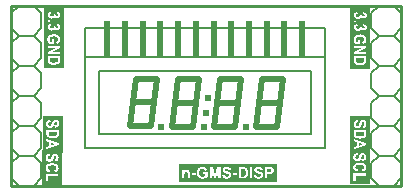
<source format=gbr>
G04 Layer_Color=9279142*
%FSLAX44Y44*%
%MOMM*%
G71*
G01*
G75*
%ADD11C,0.2500*%
%ADD21C,0.1270*%
%ADD22C,0.5080*%
%ADD23R,0.5080X0.5080*%
%ADD24R,0.4999X0.5001*%
%ADD25R,0.5001X0.5001*%
%ADD26R,0.5080X2.4892*%
G36*
X305021Y243665D02*
X304771D01*
Y217363D01*
X287797D01*
Y246900D01*
X288047D01*
Y274900D01*
X305021D01*
Y243665D01*
D02*
G37*
G36*
X44771Y243915D02*
X44271D01*
Y216863D01*
X27297D01*
Y246400D01*
X27797D01*
Y275150D01*
X44771D01*
Y243915D01*
D02*
G37*
G36*
X45880Y344442D02*
X45771D01*
Y315521D01*
X28797D01*
Y347400D01*
X29047D01*
Y366400D01*
X45880D01*
Y344442D01*
D02*
G37*
G36*
X305130Y344192D02*
X305021D01*
Y315271D01*
X288047D01*
Y347150D01*
X288297D01*
Y366150D01*
X305130D01*
Y344192D01*
D02*
G37*
G36*
X225977Y219570D02*
X143550D01*
Y234527D01*
X225977D01*
Y219570D01*
D02*
G37*
%LPC*%
G36*
X301520Y226495D02*
X290970D01*
Y220363D01*
X292762D01*
Y224734D01*
X301520D01*
Y226495D01*
D02*
G37*
G36*
X296316Y235630D02*
X296190D01*
X295718Y235614D01*
X295278Y235583D01*
X294853Y235520D01*
X294460Y235441D01*
X294099Y235347D01*
X293769Y235253D01*
X293454Y235142D01*
X293187Y235017D01*
X292935Y234907D01*
X292715Y234797D01*
X292526Y234702D01*
X292385Y234608D01*
X292259Y234529D01*
X292165Y234466D01*
X292118Y234435D01*
X292102Y234419D01*
X291866Y234215D01*
X291677Y233995D01*
X291505Y233775D01*
X291347Y233539D01*
X291222Y233303D01*
X291112Y233083D01*
X291033Y232863D01*
X290954Y232643D01*
X290907Y232438D01*
X290860Y232250D01*
X290844Y232077D01*
X290813Y231935D01*
Y231809D01*
X290797Y231731D01*
Y231668D01*
Y231652D01*
X290813Y231401D01*
X290828Y231165D01*
X290923Y230725D01*
X291049Y230331D01*
X291127Y230158D01*
X291206Y230001D01*
X291285Y229860D01*
X291363Y229734D01*
X291426Y229624D01*
X291489Y229545D01*
X291536Y229467D01*
X291583Y229419D01*
X291599Y229388D01*
X291615Y229372D01*
X291788Y229199D01*
X291961Y229042D01*
X292369Y228775D01*
X292810Y228539D01*
X293234Y228350D01*
X293438Y228272D01*
X293627Y228209D01*
X293800Y228162D01*
X293942Y228114D01*
X294067Y228083D01*
X294162Y228052D01*
X294225Y228036D01*
X294240D01*
X294901Y229750D01*
X294476Y229844D01*
X294130Y229970D01*
X293832Y230080D01*
X293596Y230206D01*
X293407Y230316D01*
X293281Y230410D01*
X293203Y230473D01*
X293171Y230489D01*
X292998Y230677D01*
X292857Y230882D01*
X292762Y231086D01*
X292700Y231275D01*
X292668Y231432D01*
X292652Y231574D01*
X292637Y231652D01*
Y231668D01*
Y231684D01*
X292652Y231856D01*
X292668Y232014D01*
X292762Y232328D01*
X292904Y232580D01*
X293061Y232800D01*
X293203Y232988D01*
X293344Y233114D01*
X293438Y233193D01*
X293454Y233224D01*
X293470D01*
X293643Y233319D01*
X293832Y233413D01*
X294052Y233492D01*
X294272Y233554D01*
X294743Y233665D01*
X295215Y233727D01*
X295435Y233759D01*
X295640Y233775D01*
X295828Y233790D01*
X295986D01*
X296127Y233806D01*
X296662D01*
X296992Y233775D01*
X297290Y233743D01*
X297558Y233712D01*
X297809Y233665D01*
X298045Y233617D01*
X298250Y233570D01*
X298423Y233507D01*
X298580Y233444D01*
X298721Y233397D01*
X298831Y233350D01*
X298926Y233303D01*
X298988Y233256D01*
X299051Y233240D01*
X299067Y233209D01*
X299083D01*
X299240Y233083D01*
X299366Y232957D01*
X299476Y232831D01*
X299570Y232705D01*
X299727Y232438D01*
X299822Y232187D01*
X299885Y231966D01*
X299916Y231794D01*
X299932Y231731D01*
Y231684D01*
Y231652D01*
Y231636D01*
X299916Y231385D01*
X299853Y231165D01*
X299790Y230976D01*
X299696Y230803D01*
X299617Y230662D01*
X299539Y230551D01*
X299476Y230489D01*
X299460Y230473D01*
X299272Y230300D01*
X299067Y230158D01*
X298847Y230033D01*
X298627Y229938D01*
X298438Y229875D01*
X298281Y229828D01*
X298218Y229813D01*
X298171D01*
X298155Y229797D01*
X298139D01*
X298643Y228052D01*
X298894Y228114D01*
X299130Y228193D01*
X299350Y228272D01*
X299570Y228350D01*
X299759Y228445D01*
X299932Y228523D01*
X300073Y228618D01*
X300215Y228696D01*
X300341Y228775D01*
X300451Y228853D01*
X300545Y228916D01*
X300624Y228979D01*
X300671Y229026D01*
X300718Y229058D01*
X300749Y229074D01*
Y229089D01*
X300922Y229278D01*
X301080Y229482D01*
X301221Y229687D01*
X301347Y229891D01*
X301441Y230096D01*
X301520Y230300D01*
X301646Y230693D01*
X301693Y230866D01*
X301724Y231023D01*
X301740Y231165D01*
X301756Y231290D01*
X301771Y231401D01*
Y231479D01*
Y231526D01*
Y231542D01*
X301756Y231872D01*
X301709Y232187D01*
X301646Y232470D01*
X301567Y232753D01*
X301457Y233004D01*
X301347Y233240D01*
X301221Y233460D01*
X301111Y233649D01*
X300985Y233822D01*
X300860Y233979D01*
X300749Y234105D01*
X300639Y234215D01*
X300561Y234293D01*
X300498Y234356D01*
X300451Y234388D01*
X300435Y234403D01*
X300136Y234624D01*
X299806Y234812D01*
X299476Y234970D01*
X299130Y235111D01*
X298768Y235237D01*
X298423Y235331D01*
X298077Y235410D01*
X297731Y235473D01*
X297416Y235520D01*
X297133Y235567D01*
X296866Y235599D01*
X296630Y235614D01*
X296457D01*
X296316Y235630D01*
D02*
G37*
G36*
X301849Y263331D02*
X291220D01*
Y260029D01*
X291236Y259652D01*
X291267Y259306D01*
X291314Y259007D01*
X291377Y258756D01*
X291424Y258552D01*
X291472Y258410D01*
X291503Y258316D01*
X291519Y258284D01*
X291644Y258033D01*
X291786Y257812D01*
X291928Y257624D01*
X292069Y257451D01*
X292195Y257325D01*
X292305Y257215D01*
X292368Y257152D01*
X292399Y257136D01*
X292635Y256964D01*
X292902Y256806D01*
X293170Y256665D01*
X293437Y256555D01*
X293657Y256460D01*
X293846Y256397D01*
X293924Y256366D01*
X293971Y256350D01*
X294003Y256335D01*
X294019D01*
X294412Y256225D01*
X294820Y256146D01*
X295229Y256099D01*
X295607Y256052D01*
X295779D01*
X295937Y256036D01*
X296078D01*
X296188Y256020D01*
X296424D01*
X296975Y256036D01*
X297462Y256067D01*
X297698Y256083D01*
X297902Y256115D01*
X298091Y256146D01*
X298264Y256162D01*
X298421Y256193D01*
X298562Y256225D01*
X298688Y256256D01*
X298783Y256272D01*
X298861Y256287D01*
X298924Y256303D01*
X298955Y256319D01*
X298971D01*
X299349Y256445D01*
X299679Y256570D01*
X299962Y256712D01*
X300198Y256854D01*
X300402Y256964D01*
X300543Y257058D01*
X300622Y257121D01*
X300654Y257152D01*
X300874Y257357D01*
X301062Y257545D01*
X301220Y257750D01*
X301345Y257923D01*
X301440Y258080D01*
X301518Y258190D01*
X301550Y258269D01*
X301565Y258300D01*
X301660Y258552D01*
X301723Y258850D01*
X301786Y259149D01*
X301817Y259448D01*
X301833Y259715D01*
Y259825D01*
X301849Y259919D01*
Y260014D01*
Y260077D01*
Y260108D01*
Y260124D01*
Y263331D01*
D02*
G37*
G36*
X294473Y243665D02*
X293295D01*
X293234Y243648D01*
X292983Y243538D01*
X292747Y243428D01*
X292542Y243318D01*
X292338Y243193D01*
X292149Y243051D01*
X291976Y242910D01*
X291693Y242611D01*
X291442Y242296D01*
X291253Y241982D01*
X291096Y241667D01*
X290986Y241369D01*
X290907Y241086D01*
X290860Y240834D01*
X290828Y240630D01*
X290797Y240473D01*
Y240410D01*
Y240362D01*
Y240347D01*
Y240331D01*
X290813Y240001D01*
X290844Y239702D01*
X290876Y239419D01*
X290939Y239152D01*
X291017Y238916D01*
X291096Y238696D01*
X291174Y238491D01*
X291269Y238319D01*
X291347Y238177D01*
X291426Y238036D01*
X291505Y237925D01*
X291583Y237831D01*
X291646Y237768D01*
X291677Y237721D01*
X291709Y237690D01*
X291725Y237674D01*
X291913Y237517D01*
X292102Y237391D01*
X292291Y237265D01*
X292479Y237171D01*
X292872Y237013D01*
X293250Y236919D01*
X293407Y236888D01*
X293564Y236856D01*
X293706Y236840D01*
X293816Y236825D01*
X293926Y236809D01*
X294052D01*
X294398Y236825D01*
X294712Y236856D01*
X294995Y236903D01*
X295231Y236966D01*
X295420Y237029D01*
X295561Y237076D01*
X295655Y237108D01*
X295687Y237124D01*
X295923Y237249D01*
X296143Y237391D01*
X296331Y237548D01*
X296489Y237690D01*
X296614Y237831D01*
X296693Y237941D01*
X296756Y238004D01*
X296772Y238036D01*
X296850Y238146D01*
X296929Y238287D01*
X297086Y238586D01*
X297212Y238900D01*
X297338Y239215D01*
X297448Y239498D01*
X297479Y239623D01*
X297526Y239734D01*
X297558Y239828D01*
X297574Y239891D01*
X297589Y239938D01*
Y239954D01*
X297652Y240174D01*
X297715Y240378D01*
X297778Y240567D01*
X297841Y240724D01*
X297904Y240881D01*
X297951Y241007D01*
X298014Y241117D01*
X298061Y241227D01*
X298139Y241384D01*
X298202Y241479D01*
X298234Y241542D01*
X298250Y241557D01*
X298360Y241667D01*
X298485Y241762D01*
X298596Y241825D01*
X298706Y241856D01*
X298816Y241887D01*
X298894Y241903D01*
X298957D01*
X299114Y241887D01*
X299256Y241840D01*
X299382Y241777D01*
X299492Y241715D01*
X299586Y241652D01*
X299649Y241589D01*
X299680Y241542D01*
X299696Y241526D01*
X299790Y241369D01*
X299869Y241180D01*
X299916Y241007D01*
X299963Y240834D01*
X299979Y240677D01*
X299995Y240535D01*
Y240457D01*
Y240425D01*
X299979Y240174D01*
X299948Y239954D01*
X299885Y239765D01*
X299822Y239608D01*
X299759Y239482D01*
X299696Y239388D01*
X299665Y239340D01*
X299649Y239325D01*
X299492Y239183D01*
X299319Y239073D01*
X299114Y238995D01*
X298926Y238916D01*
X298737Y238869D01*
X298596Y238837D01*
X298533Y238822D01*
X298485Y238806D01*
X298454D01*
X298548Y237045D01*
X298831Y237061D01*
X299099Y237108D01*
X299334Y237155D01*
X299570Y237218D01*
X299775Y237281D01*
X299979Y237359D01*
X300152Y237454D01*
X300309Y237532D01*
X300451Y237611D01*
X300576Y237690D01*
X300687Y237768D01*
X300765Y237831D01*
X300828Y237894D01*
X300891Y237941D01*
X300907Y237957D01*
X300922Y237973D01*
X301080Y238146D01*
X301205Y238319D01*
X301315Y238523D01*
X301410Y238711D01*
X301567Y239120D01*
X301661Y239498D01*
X301709Y239686D01*
X301724Y239844D01*
X301740Y240001D01*
X301756Y240127D01*
X301771Y240237D01*
Y240315D01*
Y240362D01*
Y240378D01*
X301756Y240740D01*
X301709Y241086D01*
X301661Y241369D01*
X301598Y241620D01*
X301520Y241825D01*
X301473Y241982D01*
X301425Y242076D01*
X301410Y242092D01*
Y242108D01*
X301268Y242359D01*
X301095Y242564D01*
X300922Y242752D01*
X300749Y242910D01*
X300592Y243035D01*
X300466Y243114D01*
X300388Y243177D01*
X300372Y243193D01*
X300356D01*
X300089Y243318D01*
X299822Y243413D01*
X299555Y243491D01*
X299319Y243538D01*
X299114Y243570D01*
X298941Y243585D01*
X298800D01*
X298533Y243570D01*
X298265Y243538D01*
X298029Y243491D01*
X297825Y243428D01*
X297652Y243381D01*
X297511Y243334D01*
X297432Y243302D01*
X297400Y243287D01*
X297165Y243161D01*
X296960Y243020D01*
X296787Y242878D01*
X296646Y242752D01*
X296520Y242626D01*
X296441Y242532D01*
X296379Y242469D01*
X296363Y242453D01*
X296221Y242233D01*
X296080Y241982D01*
X295954Y241699D01*
X295844Y241432D01*
X295750Y241180D01*
X295718Y241086D01*
X295687Y240991D01*
X295655Y240913D01*
X295640Y240850D01*
X295624Y240818D01*
Y240803D01*
X295561Y240583D01*
X295498Y240378D01*
X295435Y240189D01*
X295372Y240032D01*
X295325Y239875D01*
X295278Y239749D01*
X295247Y239639D01*
X295215Y239545D01*
X295152Y239403D01*
X295105Y239293D01*
X295089Y239246D01*
X295074Y239230D01*
X295011Y239120D01*
X294948Y239010D01*
X294869Y238932D01*
X294806Y238869D01*
X294712Y238774D01*
X294681Y238743D01*
X294665D01*
X294571Y238680D01*
X294460Y238649D01*
X294272Y238586D01*
X294177D01*
X294114Y238570D01*
X294052D01*
X293832Y238586D01*
X293627Y238649D01*
X293454Y238711D01*
X293297Y238806D01*
X293187Y238885D01*
X293093Y238963D01*
X293030Y239026D01*
X293014Y239042D01*
X292872Y239230D01*
X292778Y239435D01*
X292700Y239639D01*
X292652Y239828D01*
X292621Y240016D01*
X292605Y240158D01*
Y240252D01*
Y240268D01*
Y240284D01*
X292621Y240567D01*
X292700Y240834D01*
X292794Y241054D01*
X292920Y241259D01*
X293077Y241447D01*
X293250Y241604D01*
X293438Y241730D01*
X293627Y241840D01*
X293816Y241935D01*
X294004Y242013D01*
X294177Y242076D01*
X294335Y242123D01*
X294460Y242155D01*
X294555Y242171D01*
X294633Y242186D01*
X294649D01*
X294473Y243665D01*
D02*
G37*
G36*
X291220Y255423D02*
Y253552D01*
X293626Y252844D01*
Y249322D01*
X291220Y248568D01*
Y246900D01*
X291932D01*
X301849Y250171D01*
Y252042D01*
X291220Y255423D01*
D02*
G37*
G36*
X294695Y271900D02*
X294364Y271853D01*
X294050Y271806D01*
X293767Y271727D01*
X293484Y271648D01*
X293232Y271538D01*
X292997Y271428D01*
X292792Y271318D01*
X292588Y271192D01*
X292399Y271051D01*
X292226Y270910D01*
X291943Y270611D01*
X291692Y270296D01*
X291503Y269982D01*
X291346Y269667D01*
X291236Y269369D01*
X291157Y269086D01*
X291110Y268834D01*
X291078Y268630D01*
X291047Y268472D01*
Y268410D01*
Y268362D01*
Y268347D01*
Y268331D01*
X291063Y268001D01*
X291094Y267702D01*
X291126Y267419D01*
X291189Y267152D01*
X291267Y266916D01*
X291346Y266696D01*
X291424Y266491D01*
X291519Y266318D01*
X291597Y266177D01*
X291676Y266035D01*
X291755Y265925D01*
X291833Y265831D01*
X291896Y265768D01*
X291928Y265721D01*
X291959Y265690D01*
X291975Y265674D01*
X292163Y265517D01*
X292352Y265391D01*
X292541Y265265D01*
X292729Y265171D01*
X293122Y265014D01*
X293500Y264919D01*
X293657Y264888D01*
X293814Y264856D01*
X293956Y264841D01*
X294066Y264825D01*
X294176Y264809D01*
X294302D01*
X294648Y264825D01*
X294962Y264856D01*
X295245Y264903D01*
X295481Y264966D01*
X295669Y265029D01*
X295811Y265076D01*
X295905Y265108D01*
X295937Y265124D01*
X296173Y265249D01*
X296393Y265391D01*
X296581Y265548D01*
X296739Y265690D01*
X296864Y265831D01*
X296943Y265941D01*
X297006Y266004D01*
X297022Y266035D01*
X297100Y266145D01*
X297179Y266287D01*
X297336Y266586D01*
X297462Y266900D01*
X297588Y267215D01*
X297698Y267498D01*
X297729Y267623D01*
X297776Y267733D01*
X297808Y267828D01*
X297824Y267891D01*
X297839Y267938D01*
Y267954D01*
X297902Y268174D01*
X297965Y268378D01*
X298028Y268567D01*
X298091Y268724D01*
X298154Y268881D01*
X298201Y269007D01*
X298264Y269117D01*
X298311Y269227D01*
X298389Y269384D01*
X298452Y269479D01*
X298484Y269542D01*
X298500Y269557D01*
X298610Y269667D01*
X298735Y269762D01*
X298846Y269825D01*
X298955Y269856D01*
X299066Y269888D01*
X299144Y269903D01*
X299207D01*
X299364Y269888D01*
X299506Y269840D01*
X299632Y269777D01*
X299742Y269715D01*
X299836Y269652D01*
X299899Y269589D01*
X299930Y269542D01*
X299946Y269526D01*
X300040Y269369D01*
X300119Y269180D01*
X300166Y269007D01*
X300213Y268834D01*
X300229Y268677D01*
X300245Y268535D01*
Y268457D01*
Y268425D01*
X300229Y268174D01*
X300198Y267954D01*
X300135Y267765D01*
X300072Y267608D01*
X300009Y267482D01*
X299946Y267388D01*
X299915Y267340D01*
X299899Y267325D01*
X299742Y267183D01*
X299569Y267073D01*
X299364Y266994D01*
X299176Y266916D01*
X298987Y266869D01*
X298846Y266837D01*
X298783Y266822D01*
X298735Y266806D01*
X298704D01*
X298798Y265045D01*
X299081Y265061D01*
X299349Y265108D01*
X299584Y265155D01*
X299820Y265218D01*
X300025Y265281D01*
X300229Y265359D01*
X300402Y265454D01*
X300559Y265532D01*
X300701Y265611D01*
X300826Y265690D01*
X300937Y265768D01*
X301015Y265831D01*
X301078Y265894D01*
X301141Y265941D01*
X301157Y265957D01*
X301172Y265973D01*
X301330Y266145D01*
X301455Y266318D01*
X301565Y266523D01*
X301660Y266712D01*
X301817Y267120D01*
X301911Y267498D01*
X301959Y267686D01*
X301974Y267844D01*
X301990Y268001D01*
X302006Y268127D01*
X302021Y268237D01*
Y268315D01*
Y268362D01*
Y268378D01*
X302006Y268740D01*
X301959Y269086D01*
X301911Y269369D01*
X301849Y269620D01*
X301770Y269825D01*
X301723Y269982D01*
X301675Y270076D01*
X301660Y270092D01*
Y270108D01*
X301518Y270359D01*
X301345Y270564D01*
X301172Y270752D01*
X300999Y270910D01*
X300842Y271035D01*
X300716Y271114D01*
X300638Y271177D01*
X300622Y271192D01*
X300606D01*
X300339Y271318D01*
X300072Y271413D01*
X299804Y271491D01*
X299569Y271538D01*
X299364Y271570D01*
X299191Y271586D01*
X299050D01*
X298783Y271570D01*
X298515Y271538D01*
X298279Y271491D01*
X298075Y271428D01*
X297902Y271381D01*
X297761Y271334D01*
X297682Y271303D01*
X297651Y271287D01*
X297415Y271161D01*
X297210Y271019D01*
X297037Y270878D01*
X296896Y270752D01*
X296770Y270627D01*
X296691Y270532D01*
X296629Y270469D01*
X296613Y270453D01*
X296471Y270233D01*
X296330Y269982D01*
X296204Y269699D01*
X296094Y269431D01*
X296000Y269180D01*
X295968Y269086D01*
X295937Y268991D01*
X295905Y268913D01*
X295890Y268850D01*
X295874Y268818D01*
Y268803D01*
X295811Y268582D01*
X295748Y268378D01*
X295685Y268190D01*
X295622Y268032D01*
X295575Y267875D01*
X295528Y267749D01*
X295497Y267639D01*
X295465Y267545D01*
X295402Y267403D01*
X295355Y267293D01*
X295339Y267246D01*
X295324Y267230D01*
X295261Y267120D01*
X295198Y267010D01*
X295119Y266932D01*
X295056Y266869D01*
X294962Y266774D01*
X294930Y266743D01*
X294915D01*
X294820Y266680D01*
X294710Y266649D01*
X294522Y266586D01*
X294427D01*
X294364Y266570D01*
X294302D01*
X294081Y266586D01*
X293877Y266649D01*
X293704Y266712D01*
X293547Y266806D01*
X293437Y266884D01*
X293342Y266963D01*
X293280Y267026D01*
X293264Y267042D01*
X293122Y267230D01*
X293028Y267435D01*
X292950Y267639D01*
X292902Y267828D01*
X292871Y268016D01*
X292855Y268158D01*
Y268252D01*
Y268268D01*
Y268284D01*
X292871Y268567D01*
X292950Y268834D01*
X293044Y269054D01*
X293170Y269259D01*
X293327Y269447D01*
X293500Y269604D01*
X293688Y269730D01*
X293877Y269840D01*
X294066Y269935D01*
X294254Y270013D01*
X294427Y270076D01*
X294585Y270123D01*
X294710Y270155D01*
X294805Y270170D01*
X294883Y270186D01*
X294899D01*
X294695Y271900D01*
D02*
G37*
%LPD*%
G36*
X300056Y260784D02*
Y260595D01*
Y260422D01*
X300040Y260108D01*
X300025Y259872D01*
X300009Y259668D01*
X299993Y259526D01*
X299977Y259432D01*
X299962Y259369D01*
Y259353D01*
X299899Y259180D01*
X299836Y259023D01*
X299742Y258882D01*
X299663Y258756D01*
X299569Y258662D01*
X299506Y258583D01*
X299459Y258536D01*
X299443Y258520D01*
X299286Y258394D01*
X299113Y258300D01*
X298924Y258206D01*
X298751Y258143D01*
X298594Y258080D01*
X298468Y258048D01*
X298389Y258017D01*
X298358D01*
X298091Y257954D01*
X297776Y257923D01*
X297478Y257891D01*
X297179Y257860D01*
X296912D01*
X296801Y257844D01*
X296094D01*
X295732Y257875D01*
X295418Y257891D01*
X295151Y257923D01*
X294946Y257954D01*
X294789Y257985D01*
X294695Y258001D01*
X294679Y258017D01*
X294663D01*
X294427Y258080D01*
X294207Y258143D01*
X294034Y258221D01*
X293893Y258284D01*
X293783Y258331D01*
X293704Y258379D01*
X293657Y258410D01*
X293641Y258426D01*
X293437Y258614D01*
X293295Y258819D01*
X293232Y258913D01*
X293201Y258976D01*
X293185Y259023D01*
X293170Y259039D01*
X293122Y259196D01*
X293075Y259385D01*
X293044Y259589D01*
X293028Y259794D01*
Y259982D01*
X293012Y260124D01*
Y260187D01*
Y260234D01*
Y260250D01*
Y260265D01*
Y261570D01*
X300056D01*
Y260784D01*
D02*
G37*
G36*
X299364Y251115D02*
X295418Y249904D01*
Y252294D01*
X299364Y251115D01*
D02*
G37*
%LPC*%
G36*
X30970Y255673D02*
Y253802D01*
X33375Y253094D01*
Y249572D01*
X30970Y248818D01*
Y246915D01*
X41599Y250421D01*
Y252292D01*
X30970Y255673D01*
D02*
G37*
G36*
X33945Y243400D02*
X33614Y243353D01*
X33300Y243306D01*
X33017Y243227D01*
X32734Y243148D01*
X32483Y243038D01*
X32247Y242928D01*
X32042Y242818D01*
X31838Y242693D01*
X31649Y242551D01*
X31476Y242409D01*
X31193Y242111D01*
X30942Y241796D01*
X30753Y241482D01*
X30596Y241167D01*
X30486Y240869D01*
X30407Y240586D01*
X30360Y240334D01*
X30329Y240130D01*
X30297Y239972D01*
Y239910D01*
Y239862D01*
Y239847D01*
Y239831D01*
X30313Y239501D01*
X30344Y239202D01*
X30376Y238919D01*
X30438Y238652D01*
X30517Y238416D01*
X30596Y238196D01*
X30674Y237991D01*
X30769Y237819D01*
X30847Y237677D01*
X30926Y237535D01*
X31005Y237425D01*
X31083Y237331D01*
X31146Y237268D01*
X31177Y237221D01*
X31209Y237190D01*
X31225Y237174D01*
X31413Y237017D01*
X31602Y236891D01*
X31791Y236765D01*
X31979Y236671D01*
X32372Y236514D01*
X32750Y236419D01*
X32907Y236388D01*
X33064Y236356D01*
X33206Y236341D01*
X33316Y236325D01*
X33426Y236309D01*
X33552D01*
X33898Y236325D01*
X34212Y236356D01*
X34495Y236403D01*
X34731Y236466D01*
X34920Y236529D01*
X35061Y236576D01*
X35155Y236608D01*
X35187Y236624D01*
X35423Y236749D01*
X35643Y236891D01*
X35831Y237048D01*
X35989Y237190D01*
X36114Y237331D01*
X36193Y237441D01*
X36256Y237504D01*
X36272Y237535D01*
X36350Y237645D01*
X36429Y237787D01*
X36586Y238086D01*
X36712Y238400D01*
X36838Y238715D01*
X36948Y238998D01*
X36979Y239123D01*
X37026Y239233D01*
X37058Y239328D01*
X37074Y239391D01*
X37089Y239438D01*
Y239454D01*
X37152Y239674D01*
X37215Y239878D01*
X37278Y240067D01*
X37341Y240224D01*
X37404Y240381D01*
X37451Y240507D01*
X37514Y240617D01*
X37561Y240727D01*
X37640Y240884D01*
X37702Y240979D01*
X37734Y241042D01*
X37750Y241057D01*
X37860Y241167D01*
X37985Y241262D01*
X38096Y241325D01*
X38205Y241356D01*
X38316Y241388D01*
X38394Y241403D01*
X38457D01*
X38614Y241388D01*
X38756Y241340D01*
X38882Y241277D01*
X38992Y241215D01*
X39086Y241152D01*
X39149Y241089D01*
X39180Y241042D01*
X39196Y241026D01*
X39290Y240869D01*
X39369Y240680D01*
X39416Y240507D01*
X39463Y240334D01*
X39479Y240177D01*
X39495Y240035D01*
Y239957D01*
Y239925D01*
X39479Y239674D01*
X39448Y239454D01*
X39385Y239265D01*
X39322Y239108D01*
X39259Y238982D01*
X39196Y238888D01*
X39165Y238840D01*
X39149Y238825D01*
X38992Y238683D01*
X38819Y238573D01*
X38614Y238494D01*
X38426Y238416D01*
X38237Y238369D01*
X38096Y238337D01*
X38033Y238322D01*
X37985Y238306D01*
X37954D01*
X38048Y236545D01*
X38331Y236561D01*
X38599Y236608D01*
X38834Y236655D01*
X39070Y236718D01*
X39275Y236781D01*
X39479Y236859D01*
X39652Y236954D01*
X39809Y237032D01*
X39951Y237111D01*
X40076Y237190D01*
X40187Y237268D01*
X40265Y237331D01*
X40328Y237394D01*
X40391Y237441D01*
X40407Y237457D01*
X40422Y237473D01*
X40580Y237645D01*
X40705Y237819D01*
X40816Y238023D01*
X40910Y238211D01*
X41067Y238620D01*
X41161Y238998D01*
X41209Y239186D01*
X41224Y239344D01*
X41240Y239501D01*
X41256Y239627D01*
X41271Y239737D01*
Y239815D01*
Y239862D01*
Y239878D01*
X41256Y240240D01*
X41209Y240586D01*
X41161Y240869D01*
X41098Y241120D01*
X41020Y241325D01*
X40973Y241482D01*
X40925Y241576D01*
X40910Y241592D01*
Y241608D01*
X40768Y241859D01*
X40595Y242064D01*
X40422Y242252D01*
X40249Y242409D01*
X40092Y242535D01*
X39966Y242614D01*
X39888Y242677D01*
X39872Y242693D01*
X39856D01*
X39589Y242818D01*
X39322Y242913D01*
X39055Y242991D01*
X38819Y243038D01*
X38614Y243070D01*
X38441Y243085D01*
X38300D01*
X38033Y243070D01*
X37765Y243038D01*
X37529Y242991D01*
X37325Y242928D01*
X37152Y242881D01*
X37011Y242834D01*
X36932Y242803D01*
X36900Y242787D01*
X36665Y242661D01*
X36460Y242519D01*
X36287Y242378D01*
X36146Y242252D01*
X36020Y242127D01*
X35942Y242032D01*
X35879Y241969D01*
X35863Y241954D01*
X35721Y241733D01*
X35580Y241482D01*
X35454Y241199D01*
X35344Y240931D01*
X35250Y240680D01*
X35218Y240586D01*
X35187Y240491D01*
X35155Y240413D01*
X35140Y240350D01*
X35124Y240318D01*
Y240303D01*
X35061Y240082D01*
X34998Y239878D01*
X34935Y239690D01*
X34872Y239532D01*
X34825Y239375D01*
X34778Y239249D01*
X34746Y239139D01*
X34715Y239045D01*
X34652Y238903D01*
X34605Y238793D01*
X34589Y238746D01*
X34574Y238730D01*
X34511Y238620D01*
X34448Y238510D01*
X34369Y238432D01*
X34306Y238369D01*
X34212Y238274D01*
X34181Y238243D01*
X34165D01*
X34070Y238180D01*
X33960Y238149D01*
X33772Y238086D01*
X33677D01*
X33614Y238070D01*
X33552D01*
X33331Y238086D01*
X33127Y238149D01*
X32954Y238211D01*
X32797Y238306D01*
X32687Y238384D01*
X32592Y238463D01*
X32530Y238526D01*
X32514Y238542D01*
X32372Y238730D01*
X32278Y238935D01*
X32199Y239139D01*
X32152Y239328D01*
X32121Y239517D01*
X32105Y239658D01*
Y239752D01*
Y239768D01*
Y239784D01*
X32121Y240067D01*
X32199Y240334D01*
X32294Y240554D01*
X32420Y240759D01*
X32577Y240947D01*
X32750Y241105D01*
X32938Y241230D01*
X33127Y241340D01*
X33316Y241435D01*
X33505Y241513D01*
X33677Y241576D01*
X33835Y241623D01*
X33960Y241655D01*
X34055Y241670D01*
X34133Y241686D01*
X34149D01*
X33945Y243400D01*
D02*
G37*
G36*
X41599Y263581D02*
X30970D01*
Y260279D01*
X30986Y259902D01*
X31017Y259556D01*
X31064Y259258D01*
X31127Y259006D01*
X31174Y258801D01*
X31222Y258660D01*
X31253Y258566D01*
X31269Y258534D01*
X31395Y258283D01*
X31536Y258063D01*
X31677Y257874D01*
X31819Y257701D01*
X31945Y257575D01*
X32055Y257465D01*
X32118Y257402D01*
X32149Y257386D01*
X32385Y257213D01*
X32652Y257056D01*
X32920Y256915D01*
X33187Y256805D01*
X33407Y256710D01*
X33596Y256647D01*
X33674Y256616D01*
X33721Y256600D01*
X33753Y256585D01*
X33769D01*
X34162Y256475D01*
X34571Y256396D01*
X34979Y256349D01*
X35357Y256302D01*
X35529D01*
X35687Y256286D01*
X35828D01*
X35938Y256270D01*
X36174D01*
X36725Y256286D01*
X37212Y256317D01*
X37448Y256333D01*
X37652Y256364D01*
X37841Y256396D01*
X38014Y256412D01*
X38171Y256443D01*
X38312Y256475D01*
X38438Y256506D01*
X38533Y256522D01*
X38611Y256537D01*
X38674Y256553D01*
X38705Y256569D01*
X38721D01*
X39099Y256695D01*
X39429Y256821D01*
X39712Y256962D01*
X39948Y257104D01*
X40152Y257213D01*
X40293Y257308D01*
X40372Y257371D01*
X40404Y257402D01*
X40624Y257607D01*
X40812Y257795D01*
X40970Y258000D01*
X41095Y258173D01*
X41190Y258330D01*
X41268Y258440D01*
X41300Y258519D01*
X41315Y258550D01*
X41410Y258801D01*
X41473Y259100D01*
X41536Y259399D01*
X41567Y259698D01*
X41583Y259965D01*
Y260075D01*
X41599Y260169D01*
Y260264D01*
Y260327D01*
Y260358D01*
Y260374D01*
Y263581D01*
D02*
G37*
G36*
X34445Y272150D02*
X34114Y272103D01*
X33800Y272056D01*
X33517Y271977D01*
X33234Y271898D01*
X32982Y271788D01*
X32747Y271678D01*
X32542Y271568D01*
X32338Y271443D01*
X32149Y271301D01*
X31976Y271159D01*
X31693Y270861D01*
X31442Y270546D01*
X31253Y270232D01*
X31096Y269917D01*
X30986Y269619D01*
X30907Y269336D01*
X30860Y269084D01*
X30828Y268880D01*
X30797Y268722D01*
Y268660D01*
Y268612D01*
Y268597D01*
Y268581D01*
X30813Y268251D01*
X30844Y267952D01*
X30876Y267669D01*
X30938Y267402D01*
X31017Y267166D01*
X31096Y266946D01*
X31174Y266741D01*
X31269Y266569D01*
X31347Y266427D01*
X31426Y266285D01*
X31505Y266175D01*
X31583Y266081D01*
X31646Y266018D01*
X31677Y265971D01*
X31709Y265940D01*
X31725Y265924D01*
X31913Y265767D01*
X32102Y265641D01*
X32291Y265515D01*
X32479Y265421D01*
X32872Y265264D01*
X33250Y265169D01*
X33407Y265138D01*
X33564Y265106D01*
X33706Y265091D01*
X33816Y265075D01*
X33926Y265059D01*
X34052D01*
X34397Y265075D01*
X34712Y265106D01*
X34995Y265153D01*
X35231Y265216D01*
X35419Y265279D01*
X35561Y265326D01*
X35655Y265358D01*
X35687Y265374D01*
X35923Y265499D01*
X36143Y265641D01*
X36331Y265798D01*
X36489Y265940D01*
X36614Y266081D01*
X36693Y266191D01*
X36756Y266254D01*
X36772Y266285D01*
X36850Y266395D01*
X36929Y266537D01*
X37086Y266836D01*
X37212Y267150D01*
X37338Y267465D01*
X37448Y267748D01*
X37479Y267873D01*
X37526Y267983D01*
X37558Y268078D01*
X37573Y268141D01*
X37589Y268188D01*
Y268204D01*
X37652Y268424D01*
X37715Y268628D01*
X37778Y268817D01*
X37841Y268974D01*
X37904Y269131D01*
X37951Y269257D01*
X38014Y269367D01*
X38061Y269477D01*
X38140Y269634D01*
X38202Y269729D01*
X38234Y269792D01*
X38250Y269807D01*
X38360Y269917D01*
X38485Y270012D01*
X38595Y270075D01*
X38705Y270106D01*
X38816Y270138D01*
X38894Y270153D01*
X38957D01*
X39114Y270138D01*
X39256Y270090D01*
X39382Y270028D01*
X39492Y269965D01*
X39586Y269902D01*
X39649Y269839D01*
X39680Y269792D01*
X39696Y269776D01*
X39790Y269619D01*
X39869Y269430D01*
X39916Y269257D01*
X39963Y269084D01*
X39979Y268927D01*
X39995Y268785D01*
Y268707D01*
Y268675D01*
X39979Y268424D01*
X39948Y268204D01*
X39885Y268015D01*
X39822Y267858D01*
X39759Y267732D01*
X39696Y267638D01*
X39665Y267590D01*
X39649Y267575D01*
X39492Y267433D01*
X39319Y267323D01*
X39114Y267245D01*
X38926Y267166D01*
X38737Y267119D01*
X38595Y267087D01*
X38533Y267072D01*
X38485Y267056D01*
X38454D01*
X38548Y265295D01*
X38831Y265311D01*
X39099Y265358D01*
X39334Y265405D01*
X39570Y265468D01*
X39775Y265531D01*
X39979Y265609D01*
X40152Y265704D01*
X40309Y265782D01*
X40451Y265861D01*
X40577Y265940D01*
X40687Y266018D01*
X40765Y266081D01*
X40828Y266144D01*
X40891Y266191D01*
X40907Y266207D01*
X40922Y266223D01*
X41080Y266395D01*
X41205Y266569D01*
X41315Y266773D01*
X41410Y266961D01*
X41567Y267370D01*
X41661Y267748D01*
X41708Y267936D01*
X41724Y268094D01*
X41740Y268251D01*
X41756Y268377D01*
X41771Y268487D01*
Y268565D01*
Y268612D01*
Y268628D01*
X41756Y268990D01*
X41708Y269336D01*
X41661Y269619D01*
X41599Y269870D01*
X41520Y270075D01*
X41473Y270232D01*
X41425Y270326D01*
X41410Y270342D01*
Y270358D01*
X41268Y270609D01*
X41095Y270814D01*
X40922Y271002D01*
X40749Y271159D01*
X40592Y271285D01*
X40466Y271364D01*
X40388Y271427D01*
X40372Y271443D01*
X40356D01*
X40089Y271568D01*
X39822Y271663D01*
X39555Y271741D01*
X39319Y271788D01*
X39114Y271820D01*
X38941Y271835D01*
X38800D01*
X38533Y271820D01*
X38265Y271788D01*
X38029Y271741D01*
X37825Y271678D01*
X37652Y271631D01*
X37511Y271584D01*
X37432Y271553D01*
X37401Y271537D01*
X37165Y271411D01*
X36960Y271269D01*
X36787Y271128D01*
X36646Y271002D01*
X36520Y270877D01*
X36442Y270782D01*
X36379Y270719D01*
X36363Y270704D01*
X36221Y270483D01*
X36080Y270232D01*
X35954Y269949D01*
X35844Y269682D01*
X35750Y269430D01*
X35718Y269336D01*
X35687Y269241D01*
X35655Y269163D01*
X35640Y269100D01*
X35624Y269068D01*
Y269053D01*
X35561Y268832D01*
X35498Y268628D01*
X35435Y268440D01*
X35372Y268282D01*
X35325Y268125D01*
X35278Y267999D01*
X35247Y267889D01*
X35215Y267795D01*
X35152Y267653D01*
X35105Y267543D01*
X35089Y267496D01*
X35074Y267480D01*
X35011Y267370D01*
X34948Y267260D01*
X34869Y267182D01*
X34806Y267119D01*
X34712Y267024D01*
X34681Y266993D01*
X34665D01*
X34571Y266930D01*
X34460Y266899D01*
X34272Y266836D01*
X34177D01*
X34114Y266820D01*
X34052D01*
X33832Y266836D01*
X33627Y266899D01*
X33454Y266961D01*
X33297Y267056D01*
X33187Y267134D01*
X33093Y267213D01*
X33030Y267276D01*
X33014Y267292D01*
X32872Y267480D01*
X32778Y267685D01*
X32699Y267889D01*
X32652Y268078D01*
X32621Y268267D01*
X32605Y268408D01*
Y268502D01*
Y268518D01*
Y268534D01*
X32621Y268817D01*
X32699Y269084D01*
X32794Y269304D01*
X32920Y269509D01*
X33077Y269697D01*
X33250Y269855D01*
X33438Y269980D01*
X33627Y270090D01*
X33816Y270185D01*
X34004Y270263D01*
X34177Y270326D01*
X34335Y270373D01*
X34460Y270405D01*
X34555Y270420D01*
X34633Y270436D01*
X34649D01*
X34445Y272150D01*
D02*
G37*
G36*
X41020Y225995D02*
X30470D01*
Y219863D01*
X32262D01*
Y224234D01*
X41020D01*
Y225995D01*
D02*
G37*
G36*
X35816Y235130D02*
X35690D01*
X35218Y235114D01*
X34778Y235083D01*
X34353Y235020D01*
X33960Y234941D01*
X33599Y234847D01*
X33269Y234753D01*
X32954Y234643D01*
X32687Y234517D01*
X32435Y234407D01*
X32215Y234297D01*
X32027Y234202D01*
X31885Y234108D01*
X31759Y234029D01*
X31665Y233966D01*
X31618Y233935D01*
X31602Y233919D01*
X31366Y233715D01*
X31177Y233495D01*
X31005Y233275D01*
X30847Y233039D01*
X30722Y232803D01*
X30612Y232583D01*
X30533Y232363D01*
X30454Y232143D01*
X30407Y231938D01*
X30360Y231749D01*
X30344Y231577D01*
X30313Y231435D01*
Y231309D01*
X30297Y231231D01*
Y231168D01*
Y231152D01*
X30313Y230900D01*
X30329Y230665D01*
X30423Y230224D01*
X30549Y229831D01*
X30627Y229658D01*
X30706Y229501D01*
X30784Y229360D01*
X30863Y229234D01*
X30926Y229124D01*
X30989Y229045D01*
X31036Y228967D01*
X31083Y228920D01*
X31099Y228888D01*
X31115Y228872D01*
X31288Y228699D01*
X31460Y228542D01*
X31869Y228275D01*
X32310Y228039D01*
X32734Y227850D01*
X32938Y227772D01*
X33127Y227709D01*
X33300Y227662D01*
X33442Y227614D01*
X33567Y227583D01*
X33662Y227552D01*
X33725Y227536D01*
X33740D01*
X34401Y229250D01*
X33976Y229344D01*
X33630Y229470D01*
X33331Y229580D01*
X33096Y229706D01*
X32907Y229816D01*
X32781Y229910D01*
X32703Y229973D01*
X32671Y229989D01*
X32498Y230177D01*
X32357Y230382D01*
X32262Y230586D01*
X32199Y230775D01*
X32168Y230932D01*
X32152Y231073D01*
X32137Y231152D01*
Y231168D01*
Y231183D01*
X32152Y231357D01*
X32168Y231514D01*
X32262Y231828D01*
X32404Y232080D01*
X32561Y232300D01*
X32703Y232488D01*
X32844Y232614D01*
X32938Y232693D01*
X32954Y232724D01*
X32970D01*
X33143Y232819D01*
X33331Y232913D01*
X33552Y232992D01*
X33772Y233055D01*
X34243Y233165D01*
X34715Y233228D01*
X34935Y233259D01*
X35140Y233275D01*
X35328Y233290D01*
X35485D01*
X35627Y233306D01*
X36162D01*
X36492Y233275D01*
X36790Y233243D01*
X37058Y233212D01*
X37309Y233165D01*
X37545Y233117D01*
X37750Y233070D01*
X37922Y233007D01*
X38080Y232945D01*
X38221Y232897D01*
X38331Y232850D01*
X38426Y232803D01*
X38489Y232756D01*
X38551Y232740D01*
X38567Y232709D01*
X38583D01*
X38740Y232583D01*
X38866Y232457D01*
X38976Y232331D01*
X39070Y232206D01*
X39227Y231938D01*
X39322Y231687D01*
X39385Y231467D01*
X39416Y231294D01*
X39432Y231231D01*
Y231183D01*
Y231152D01*
Y231136D01*
X39416Y230885D01*
X39353Y230665D01*
X39290Y230476D01*
X39196Y230303D01*
X39117Y230162D01*
X39039Y230051D01*
X38976Y229989D01*
X38960Y229973D01*
X38772Y229800D01*
X38567Y229658D01*
X38347Y229533D01*
X38127Y229438D01*
X37938Y229375D01*
X37781Y229328D01*
X37718Y229312D01*
X37671D01*
X37655Y229297D01*
X37640D01*
X38143Y227552D01*
X38394Y227614D01*
X38630Y227693D01*
X38850Y227772D01*
X39070Y227850D01*
X39259Y227945D01*
X39432Y228023D01*
X39573Y228118D01*
X39715Y228196D01*
X39841Y228275D01*
X39951Y228354D01*
X40045Y228416D01*
X40124Y228479D01*
X40171Y228526D01*
X40218Y228558D01*
X40249Y228574D01*
Y228589D01*
X40422Y228778D01*
X40580Y228982D01*
X40721Y229187D01*
X40847Y229391D01*
X40941Y229596D01*
X41020Y229800D01*
X41146Y230193D01*
X41193Y230366D01*
X41224Y230523D01*
X41240Y230665D01*
X41256Y230791D01*
X41271Y230900D01*
Y230979D01*
Y231026D01*
Y231042D01*
X41256Y231372D01*
X41209Y231687D01*
X41146Y231970D01*
X41067Y232253D01*
X40957Y232504D01*
X40847Y232740D01*
X40721Y232960D01*
X40611Y233149D01*
X40485Y233322D01*
X40360Y233479D01*
X40249Y233605D01*
X40139Y233715D01*
X40061Y233794D01*
X39998Y233856D01*
X39951Y233888D01*
X39935Y233904D01*
X39636Y234124D01*
X39306Y234312D01*
X38976Y234470D01*
X38630Y234611D01*
X38268Y234737D01*
X37922Y234831D01*
X37577Y234910D01*
X37231Y234973D01*
X36916Y235020D01*
X36633Y235067D01*
X36366Y235098D01*
X36130Y235114D01*
X35957D01*
X35816Y235130D01*
D02*
G37*
%LPD*%
G36*
X39114Y251365D02*
X35168Y250154D01*
Y252544D01*
X39114Y251365D01*
D02*
G37*
G36*
X39806Y261034D02*
Y260846D01*
Y260672D01*
X39790Y260358D01*
X39775Y260122D01*
X39759Y259918D01*
X39743Y259776D01*
X39727Y259682D01*
X39712Y259619D01*
Y259603D01*
X39649Y259430D01*
X39586Y259273D01*
X39492Y259132D01*
X39413Y259006D01*
X39319Y258912D01*
X39256Y258833D01*
X39209Y258786D01*
X39193Y258770D01*
X39036Y258644D01*
X38863Y258550D01*
X38674Y258456D01*
X38501Y258393D01*
X38344Y258330D01*
X38218Y258298D01*
X38140Y258267D01*
X38108D01*
X37841Y258204D01*
X37526Y258173D01*
X37228Y258141D01*
X36929Y258110D01*
X36662D01*
X36551Y258094D01*
X35844D01*
X35482Y258125D01*
X35168Y258141D01*
X34901Y258173D01*
X34696Y258204D01*
X34539Y258235D01*
X34445Y258251D01*
X34429Y258267D01*
X34413D01*
X34177Y258330D01*
X33957Y258393D01*
X33784Y258471D01*
X33643Y258534D01*
X33533Y258581D01*
X33454Y258629D01*
X33407Y258660D01*
X33391Y258676D01*
X33187Y258864D01*
X33045Y259069D01*
X32982Y259163D01*
X32951Y259226D01*
X32935Y259273D01*
X32920Y259289D01*
X32872Y259446D01*
X32825Y259635D01*
X32794Y259839D01*
X32778Y260044D01*
Y260232D01*
X32762Y260374D01*
Y260437D01*
Y260484D01*
Y260500D01*
Y260515D01*
Y261820D01*
X39806D01*
Y261034D01*
D02*
G37*
%LPC*%
G36*
X37457Y344400D02*
X37284D01*
X36671Y344369D01*
X36105Y344306D01*
X35838Y344274D01*
X35602Y344227D01*
X35366Y344164D01*
X35162Y344117D01*
X34973Y344070D01*
X34800Y344007D01*
X34659Y343960D01*
X34533Y343928D01*
X34438Y343881D01*
X34376Y343866D01*
X34328Y343834D01*
X34313D01*
X33872Y343598D01*
X33495Y343347D01*
X33165Y343079D01*
X32898Y342828D01*
X32693Y342608D01*
X32552Y342419D01*
X32489Y342356D01*
X32457Y342309D01*
X32442Y342277D01*
X32426Y342262D01*
X32222Y341884D01*
X32064Y341491D01*
X31954Y341098D01*
X31876Y340752D01*
X31844Y340595D01*
X31828Y340438D01*
X31813Y340312D01*
Y340202D01*
X31797Y340108D01*
Y340045D01*
Y339998D01*
Y339982D01*
X31813Y339589D01*
X31876Y339212D01*
X31954Y338850D01*
X32033Y338535D01*
X32127Y338268D01*
X32159Y338158D01*
X32190Y338048D01*
X32222Y337985D01*
X32253Y337922D01*
X32269Y337891D01*
Y337875D01*
X32457Y337498D01*
X32662Y337168D01*
X32850Y336900D01*
X33039Y336665D01*
X33196Y336476D01*
X33322Y336350D01*
X33401Y336271D01*
X33432Y336240D01*
X37662D01*
Y340029D01*
X35869D01*
Y338017D01*
X34533D01*
X34376Y338190D01*
X34250Y338363D01*
X34140Y338535D01*
X34045Y338677D01*
X33967Y338819D01*
X33920Y338929D01*
X33888Y338991D01*
X33872Y339023D01*
X33794Y339227D01*
X33731Y339416D01*
X33700Y339605D01*
X33668Y339762D01*
X33652Y339888D01*
X33637Y339982D01*
Y340061D01*
Y340076D01*
X33652Y340281D01*
X33668Y340469D01*
X33762Y340815D01*
X33904Y341130D01*
X34061Y341381D01*
X34218Y341570D01*
X34360Y341712D01*
X34454Y341806D01*
X34470Y341822D01*
X34486Y341837D01*
X34690Y341963D01*
X34894Y342073D01*
X35366Y342262D01*
X35854Y342388D01*
X36325Y342482D01*
X36530Y342513D01*
X36734Y342529D01*
X36923Y342561D01*
X37080D01*
X37206Y342576D01*
X37394D01*
X37724Y342561D01*
X38023Y342545D01*
X38306Y342513D01*
X38574Y342466D01*
X38809Y342419D01*
X39029Y342356D01*
X39218Y342293D01*
X39391Y342230D01*
X39548Y342167D01*
X39690Y342104D01*
X39800Y342042D01*
X39894Y341995D01*
X39957Y341947D01*
X40004Y341916D01*
X40036Y341884D01*
X40051D01*
X40209Y341743D01*
X40350Y341601D01*
X40460Y341460D01*
X40554Y341303D01*
X40712Y341004D01*
X40822Y340705D01*
X40885Y340454D01*
X40900Y340344D01*
X40916Y340249D01*
X40932Y340171D01*
Y340108D01*
Y340076D01*
Y340061D01*
X40916Y339793D01*
X40869Y339557D01*
X40790Y339353D01*
X40712Y339164D01*
X40633Y339023D01*
X40554Y338913D01*
X40507Y338834D01*
X40492Y338819D01*
X40319Y338646D01*
X40114Y338488D01*
X39894Y338363D01*
X39706Y338268D01*
X39517Y338190D01*
X39375Y338142D01*
X39265Y338111D01*
X39250Y338095D01*
X39234D01*
X39627Y336350D01*
X39910Y336413D01*
X40177Y336476D01*
X40413Y336570D01*
X40649Y336665D01*
X40853Y336759D01*
X41042Y336869D01*
X41215Y336963D01*
X41372Y337073D01*
X41514Y337168D01*
X41639Y337262D01*
X41734Y337356D01*
X41828Y337419D01*
X41891Y337482D01*
X41938Y337529D01*
X41954Y337561D01*
X41970Y337576D01*
X42111Y337749D01*
X42237Y337954D01*
X42347Y338158D01*
X42441Y338363D01*
X42583Y338771D01*
X42677Y339180D01*
X42709Y339353D01*
X42724Y339526D01*
X42740Y339683D01*
X42756Y339809D01*
X42771Y339919D01*
Y340013D01*
Y340061D01*
Y340076D01*
X42740Y340548D01*
X42677Y340973D01*
X42567Y341350D01*
X42457Y341680D01*
X42394Y341822D01*
X42347Y341947D01*
X42284Y342057D01*
X42237Y342136D01*
X42205Y342215D01*
X42174Y342262D01*
X42143Y342293D01*
Y342309D01*
X41891Y342639D01*
X41592Y342938D01*
X41294Y343189D01*
X40979Y343410D01*
X40712Y343582D01*
X40602Y343661D01*
X40492Y343708D01*
X40413Y343755D01*
X40350Y343787D01*
X40303Y343818D01*
X40287D01*
X39800Y344007D01*
X39297Y344148D01*
X38794Y344258D01*
X38322Y344321D01*
X38102Y344353D01*
X37913Y344369D01*
X37724Y344384D01*
X37583D01*
X37457Y344400D01*
D02*
G37*
G36*
X35050Y353243D02*
X34547Y353165D01*
X34122Y353055D01*
X33918Y352976D01*
X33745Y352897D01*
X33572Y352819D01*
X33431Y352740D01*
X33289Y352662D01*
X33179Y352583D01*
X33085Y352520D01*
X32990Y352457D01*
X32927Y352410D01*
X32880Y352363D01*
X32865Y352347D01*
X32849Y352331D01*
X32707Y352174D01*
X32582Y352017D01*
X32472Y351860D01*
X32393Y351687D01*
X32236Y351357D01*
X32141Y351058D01*
X32094Y350790D01*
X32078Y350665D01*
X32063Y350570D01*
X32047Y350492D01*
Y350429D01*
Y350397D01*
Y350382D01*
X32063Y350162D01*
X32094Y349957D01*
X32141Y349753D01*
X32189Y349548D01*
X32346Y349202D01*
X32519Y348904D01*
X32692Y348652D01*
X32770Y348558D01*
X32849Y348479D01*
X32896Y348416D01*
X32943Y348354D01*
X32975Y348338D01*
X32990Y348322D01*
X33179Y348165D01*
X33368Y348023D01*
X33572Y347913D01*
X33777Y347819D01*
X34170Y347662D01*
X34547Y347552D01*
X34736Y347520D01*
X34893Y347489D01*
X35034Y347473D01*
X35160Y347457D01*
X35254Y347442D01*
X35396D01*
X35758Y347457D01*
X36088Y347520D01*
X36371Y347583D01*
X36607Y347677D01*
X36795Y347756D01*
X36937Y347835D01*
X37031Y347897D01*
X37063Y347913D01*
X37298Y348102D01*
X37487Y348291D01*
X37629Y348479D01*
X37754Y348668D01*
X37833Y348841D01*
X37880Y348967D01*
X37912Y349061D01*
X37927Y349077D01*
Y349092D01*
X38084Y348872D01*
X38258Y348684D01*
X38430Y348511D01*
X38572Y348385D01*
X38713Y348275D01*
X38808Y348212D01*
X38871Y348165D01*
X38902Y348149D01*
X39122Y348039D01*
X39342Y347960D01*
X39547Y347897D01*
X39751Y347866D01*
X39908Y347835D01*
X40050Y347819D01*
X40349D01*
X40537Y347850D01*
X40883Y347929D01*
X41198Y348039D01*
X41481Y348165D01*
X41716Y348306D01*
X41811Y348369D01*
X41889Y348416D01*
X41952Y348464D01*
X42000Y348495D01*
X42015Y348511D01*
X42031Y348526D01*
X42188Y348668D01*
X42314Y348809D01*
X42424Y348967D01*
X42518Y349124D01*
X42675Y349438D01*
X42770Y349737D01*
X42833Y350020D01*
X42849Y350130D01*
X42864Y350224D01*
X42880Y350319D01*
Y350382D01*
Y350413D01*
Y350429D01*
Y350617D01*
X42849Y350806D01*
X42770Y351152D01*
X42660Y351467D01*
X42550Y351718D01*
X42424Y351922D01*
X42314Y352080D01*
X42235Y352174D01*
X42220Y352190D01*
X42204Y352206D01*
X42078Y352331D01*
X41921Y352441D01*
X41591Y352646D01*
X41245Y352803D01*
X40899Y352929D01*
X40584Y353023D01*
X40459Y353055D01*
X40333Y353086D01*
X40238Y353102D01*
X40160Y353117D01*
X40113Y353133D01*
X40097D01*
X39783Y351592D01*
X40034Y351561D01*
X40238Y351514D01*
X40427Y351451D01*
X40569Y351388D01*
X40679Y351325D01*
X40773Y351278D01*
X40820Y351246D01*
X40836Y351231D01*
X40962Y351105D01*
X41040Y350979D01*
X41103Y350853D01*
X41150Y350743D01*
X41182Y350649D01*
X41198Y350555D01*
Y350508D01*
Y350492D01*
X41182Y350335D01*
X41150Y350193D01*
X41103Y350067D01*
X41040Y349973D01*
X40978Y349894D01*
X40930Y349831D01*
X40899Y349800D01*
X40883Y349784D01*
X40757Y349690D01*
X40616Y349627D01*
X40474Y349564D01*
X40349Y349533D01*
X40223Y349517D01*
X40128Y349501D01*
X40034D01*
X39798Y349517D01*
X39594Y349564D01*
X39421Y349627D01*
X39279Y349690D01*
X39169Y349753D01*
X39075Y349816D01*
X39028Y349863D01*
X39012Y349879D01*
X38902Y350036D01*
X38808Y350193D01*
X38761Y350366D01*
X38713Y350539D01*
X38698Y350680D01*
X38682Y350806D01*
Y350885D01*
Y350916D01*
X37015Y351089D01*
X37063Y350932D01*
X37110Y350790D01*
X37141Y350649D01*
X37157Y350539D01*
X37173Y350460D01*
Y350397D01*
Y350350D01*
Y350335D01*
X37157Y350162D01*
X37110Y350004D01*
X37031Y349863D01*
X36953Y349737D01*
X36858Y349643D01*
X36795Y349564D01*
X36732Y349517D01*
X36717Y349501D01*
X36544Y349391D01*
X36339Y349297D01*
X36135Y349234D01*
X35946Y349202D01*
X35773Y349171D01*
X35632Y349155D01*
X35506D01*
X35207Y349171D01*
X34956Y349218D01*
X34720Y349265D01*
X34547Y349328D01*
X34390Y349407D01*
X34295Y349454D01*
X34217Y349501D01*
X34201Y349517D01*
X34044Y349659D01*
X33934Y349800D01*
X33855Y349957D01*
X33808Y350099D01*
X33777Y350209D01*
X33745Y350303D01*
Y350382D01*
Y350397D01*
X33761Y350570D01*
X33808Y350728D01*
X33871Y350869D01*
X33949Y350979D01*
X34012Y351073D01*
X34075Y351152D01*
X34122Y351199D01*
X34138Y351215D01*
X34295Y351325D01*
X34484Y351419D01*
X34673Y351498D01*
X34861Y351545D01*
X35034Y351592D01*
X35160Y351608D01*
X35254Y351624D01*
X35286D01*
X35050Y353243D01*
D02*
G37*
G36*
X42599Y334573D02*
X31970D01*
Y332938D01*
X38888D01*
X31970Y329432D01*
Y327655D01*
X42599D01*
Y329291D01*
X35492D01*
X42599Y332875D01*
Y334573D01*
D02*
G37*
G36*
Y325832D02*
X31970D01*
Y322530D01*
X31986Y322152D01*
X32017Y321807D01*
X32064Y321508D01*
X32127Y321256D01*
X32174Y321052D01*
X32222Y320910D01*
X32253Y320816D01*
X32269Y320785D01*
X32394Y320533D01*
X32536Y320313D01*
X32678Y320124D01*
X32819Y319951D01*
X32945Y319826D01*
X33055Y319715D01*
X33118Y319653D01*
X33149Y319637D01*
X33385Y319464D01*
X33652Y319307D01*
X33920Y319165D01*
X34187Y319055D01*
X34407Y318961D01*
X34596Y318898D01*
X34674Y318867D01*
X34721Y318851D01*
X34753Y318835D01*
X34769D01*
X35162Y318725D01*
X35570Y318646D01*
X35979Y318599D01*
X36357Y318552D01*
X36530D01*
X36687Y318536D01*
X36828D01*
X36938Y318521D01*
X37174D01*
X37724Y318536D01*
X38212Y318568D01*
X38448Y318584D01*
X38652Y318615D01*
X38841Y318646D01*
X39014Y318662D01*
X39171Y318694D01*
X39312Y318725D01*
X39438Y318757D01*
X39533Y318772D01*
X39611Y318788D01*
X39674Y318804D01*
X39706Y318819D01*
X39721D01*
X40099Y318945D01*
X40429Y319071D01*
X40712Y319212D01*
X40948Y319354D01*
X41152Y319464D01*
X41294Y319558D01*
X41372Y319621D01*
X41403Y319653D01*
X41624Y319857D01*
X41812Y320046D01*
X41970Y320250D01*
X42095Y320423D01*
X42190Y320580D01*
X42268Y320690D01*
X42300Y320769D01*
X42316Y320800D01*
X42410Y321052D01*
X42473Y321351D01*
X42536Y321649D01*
X42567Y321948D01*
X42583Y322215D01*
Y322326D01*
X42599Y322420D01*
Y322514D01*
Y322577D01*
Y322608D01*
Y322624D01*
Y325832D01*
D02*
G37*
G36*
X35050Y363400D02*
X34547Y363321D01*
X34122Y363211D01*
X33918Y363133D01*
X33745Y363054D01*
X33572Y362976D01*
X33431Y362897D01*
X33289Y362818D01*
X33179Y362740D01*
X33085Y362677D01*
X32990Y362614D01*
X32927Y362567D01*
X32880Y362519D01*
X32865Y362504D01*
X32849Y362488D01*
X32707Y362331D01*
X32582Y362174D01*
X32472Y362016D01*
X32393Y361843D01*
X32236Y361513D01*
X32141Y361215D01*
X32094Y360947D01*
X32078Y360821D01*
X32063Y360727D01*
X32047Y360649D01*
Y360586D01*
Y360554D01*
Y360538D01*
X32063Y360318D01*
X32094Y360114D01*
X32141Y359910D01*
X32189Y359705D01*
X32346Y359359D01*
X32519Y359061D01*
X32692Y358809D01*
X32770Y358715D01*
X32849Y358636D01*
X32896Y358573D01*
X32943Y358510D01*
X32975Y358495D01*
X32990Y358479D01*
X33179Y358322D01*
X33368Y358180D01*
X33572Y358070D01*
X33777Y357976D01*
X34170Y357818D01*
X34547Y357708D01*
X34736Y357677D01*
X34893Y357645D01*
X35034Y357630D01*
X35160Y357614D01*
X35254Y357598D01*
X35396D01*
X35758Y357614D01*
X36088Y357677D01*
X36371Y357740D01*
X36607Y357834D01*
X36795Y357913D01*
X36937Y357991D01*
X37031Y358054D01*
X37063Y358070D01*
X37298Y358259D01*
X37487Y358447D01*
X37629Y358636D01*
X37754Y358825D01*
X37833Y358998D01*
X37880Y359123D01*
X37912Y359218D01*
X37927Y359234D01*
Y359249D01*
X38084Y359029D01*
X38258Y358840D01*
X38430Y358667D01*
X38572Y358542D01*
X38713Y358432D01*
X38808Y358369D01*
X38871Y358322D01*
X38902Y358306D01*
X39122Y358196D01*
X39342Y358117D01*
X39547Y358054D01*
X39751Y358023D01*
X39908Y357991D01*
X40050Y357976D01*
X40349D01*
X40537Y358007D01*
X40883Y358086D01*
X41198Y358196D01*
X41481Y358322D01*
X41716Y358463D01*
X41811Y358526D01*
X41889Y358573D01*
X41952Y358620D01*
X42000Y358652D01*
X42015Y358667D01*
X42031Y358683D01*
X42188Y358825D01*
X42314Y358966D01*
X42424Y359123D01*
X42518Y359281D01*
X42675Y359595D01*
X42770Y359894D01*
X42833Y360177D01*
X42849Y360287D01*
X42864Y360381D01*
X42880Y360476D01*
Y360538D01*
Y360570D01*
Y360586D01*
Y360774D01*
X42849Y360963D01*
X42770Y361309D01*
X42660Y361623D01*
X42550Y361875D01*
X42424Y362079D01*
X42314Y362237D01*
X42235Y362331D01*
X42220Y362347D01*
X42204Y362362D01*
X42078Y362488D01*
X41921Y362598D01*
X41591Y362803D01*
X41245Y362960D01*
X40899Y363086D01*
X40584Y363180D01*
X40459Y363211D01*
X40333Y363243D01*
X40238Y363259D01*
X40160Y363274D01*
X40113Y363290D01*
X40097D01*
X39783Y361749D01*
X40034Y361718D01*
X40238Y361670D01*
X40427Y361608D01*
X40569Y361545D01*
X40679Y361482D01*
X40773Y361435D01*
X40820Y361403D01*
X40836Y361387D01*
X40962Y361262D01*
X41040Y361136D01*
X41103Y361010D01*
X41150Y360900D01*
X41182Y360806D01*
X41198Y360711D01*
Y360664D01*
Y360649D01*
X41182Y360491D01*
X41150Y360350D01*
X41103Y360224D01*
X41040Y360130D01*
X40978Y360051D01*
X40930Y359988D01*
X40899Y359957D01*
X40883Y359941D01*
X40757Y359847D01*
X40616Y359784D01*
X40474Y359721D01*
X40349Y359689D01*
X40223Y359674D01*
X40128Y359658D01*
X40034D01*
X39798Y359674D01*
X39594Y359721D01*
X39421Y359784D01*
X39279Y359847D01*
X39169Y359910D01*
X39075Y359972D01*
X39028Y360020D01*
X39012Y360035D01*
X38902Y360193D01*
X38808Y360350D01*
X38761Y360523D01*
X38713Y360696D01*
X38698Y360837D01*
X38682Y360963D01*
Y361042D01*
Y361073D01*
X37015Y361246D01*
X37063Y361089D01*
X37110Y360947D01*
X37141Y360806D01*
X37157Y360696D01*
X37173Y360617D01*
Y360554D01*
Y360507D01*
Y360491D01*
X37157Y360318D01*
X37110Y360161D01*
X37031Y360020D01*
X36953Y359894D01*
X36858Y359799D01*
X36795Y359721D01*
X36732Y359674D01*
X36717Y359658D01*
X36544Y359548D01*
X36339Y359454D01*
X36135Y359391D01*
X35946Y359359D01*
X35773Y359328D01*
X35632Y359312D01*
X35506D01*
X35207Y359328D01*
X34956Y359375D01*
X34720Y359422D01*
X34547Y359485D01*
X34390Y359564D01*
X34295Y359611D01*
X34217Y359658D01*
X34201Y359674D01*
X34044Y359815D01*
X33934Y359957D01*
X33855Y360114D01*
X33808Y360256D01*
X33777Y360365D01*
X33745Y360460D01*
Y360538D01*
Y360554D01*
X33761Y360727D01*
X33808Y360884D01*
X33871Y361026D01*
X33949Y361136D01*
X34012Y361230D01*
X34075Y361309D01*
X34122Y361356D01*
X34138Y361372D01*
X34295Y361482D01*
X34484Y361576D01*
X34673Y361655D01*
X34861Y361702D01*
X35034Y361749D01*
X35160Y361765D01*
X35254Y361781D01*
X35286D01*
X35050Y363400D01*
D02*
G37*
G36*
X34264Y356215D02*
X32220D01*
Y354548D01*
X34264D01*
Y356215D01*
D02*
G37*
%LPD*%
G36*
X40806Y323285D02*
Y323096D01*
Y322923D01*
X40790Y322608D01*
X40775Y322373D01*
X40759Y322168D01*
X40743Y322027D01*
X40728Y321932D01*
X40712Y321870D01*
Y321854D01*
X40649Y321681D01*
X40586Y321524D01*
X40492Y321382D01*
X40413Y321256D01*
X40319Y321162D01*
X40256Y321083D01*
X40209Y321036D01*
X40193Y321021D01*
X40036Y320895D01*
X39863Y320800D01*
X39674Y320706D01*
X39501Y320643D01*
X39344Y320580D01*
X39218Y320549D01*
X39139Y320517D01*
X39108D01*
X38841Y320454D01*
X38526Y320423D01*
X38228Y320392D01*
X37929Y320360D01*
X37662D01*
X37552Y320344D01*
X36844D01*
X36482Y320376D01*
X36168Y320392D01*
X35901Y320423D01*
X35696Y320454D01*
X35539Y320486D01*
X35445Y320502D01*
X35429Y320517D01*
X35413D01*
X35177Y320580D01*
X34957Y320643D01*
X34784Y320722D01*
X34643Y320785D01*
X34533Y320832D01*
X34454Y320879D01*
X34407Y320910D01*
X34391Y320926D01*
X34187Y321115D01*
X34045Y321319D01*
X33983Y321414D01*
X33951Y321477D01*
X33935Y321524D01*
X33920Y321539D01*
X33872Y321697D01*
X33825Y321885D01*
X33794Y322090D01*
X33778Y322294D01*
Y322483D01*
X33762Y322624D01*
Y322687D01*
Y322734D01*
Y322750D01*
Y322766D01*
Y324071D01*
X40806D01*
Y323285D01*
D02*
G37*
%LPC*%
G36*
X296707Y344150D02*
X296534D01*
X295921Y344119D01*
X295355Y344056D01*
X295088Y344024D01*
X294852Y343977D01*
X294616Y343914D01*
X294412Y343867D01*
X294223Y343820D01*
X294050Y343757D01*
X293909Y343710D01*
X293783Y343678D01*
X293688Y343631D01*
X293626Y343615D01*
X293578Y343584D01*
X293563D01*
X293122Y343348D01*
X292745Y343097D01*
X292415Y342829D01*
X292148Y342578D01*
X291943Y342358D01*
X291802Y342169D01*
X291739Y342106D01*
X291707Y342059D01*
X291692Y342028D01*
X291676Y342012D01*
X291472Y341634D01*
X291314Y341241D01*
X291204Y340848D01*
X291126Y340502D01*
X291094Y340345D01*
X291078Y340188D01*
X291063Y340062D01*
Y339952D01*
X291047Y339858D01*
Y339795D01*
Y339748D01*
Y339732D01*
X291063Y339339D01*
X291126Y338962D01*
X291204Y338600D01*
X291283Y338285D01*
X291377Y338018D01*
X291409Y337908D01*
X291440Y337798D01*
X291472Y337735D01*
X291503Y337672D01*
X291519Y337641D01*
Y337625D01*
X291707Y337248D01*
X291912Y336918D01*
X292101Y336650D01*
X292289Y336414D01*
X292446Y336226D01*
X292572Y336100D01*
X292651Y336021D01*
X292682Y335990D01*
X296912D01*
Y339779D01*
X295119D01*
Y337767D01*
X293783D01*
X293626Y337940D01*
X293500Y338112D01*
X293390Y338285D01*
X293295Y338427D01*
X293217Y338568D01*
X293170Y338679D01*
X293138Y338741D01*
X293122Y338773D01*
X293044Y338977D01*
X292981Y339166D01*
X292950Y339355D01*
X292918Y339512D01*
X292902Y339638D01*
X292887Y339732D01*
Y339811D01*
Y339826D01*
X292902Y340031D01*
X292918Y340219D01*
X293012Y340565D01*
X293154Y340880D01*
X293311Y341131D01*
X293468Y341320D01*
X293610Y341461D01*
X293704Y341556D01*
X293720Y341572D01*
X293736Y341587D01*
X293940Y341713D01*
X294144Y341823D01*
X294616Y342012D01*
X295103Y342137D01*
X295575Y342232D01*
X295779Y342263D01*
X295984Y342279D01*
X296173Y342310D01*
X296330D01*
X296456Y342326D01*
X296644D01*
X296975Y342310D01*
X297273Y342295D01*
X297556Y342263D01*
X297824Y342216D01*
X298059Y342169D01*
X298279Y342106D01*
X298468Y342043D01*
X298641Y341980D01*
X298798Y341917D01*
X298940Y341855D01*
X299050Y341792D01*
X299144Y341744D01*
X299207Y341697D01*
X299254Y341666D01*
X299286Y341634D01*
X299301D01*
X299459Y341493D01*
X299600Y341351D01*
X299710Y341210D01*
X299804Y341053D01*
X299962Y340754D01*
X300072Y340455D01*
X300135Y340204D01*
X300150Y340094D01*
X300166Y339999D01*
X300182Y339921D01*
Y339858D01*
Y339826D01*
Y339811D01*
X300166Y339543D01*
X300119Y339307D01*
X300040Y339103D01*
X299962Y338914D01*
X299883Y338773D01*
X299804Y338663D01*
X299757Y338584D01*
X299742Y338568D01*
X299569Y338396D01*
X299364Y338238D01*
X299144Y338112D01*
X298955Y338018D01*
X298767Y337940D01*
X298625Y337892D01*
X298515Y337861D01*
X298500Y337845D01*
X298484D01*
X298877Y336100D01*
X299160Y336163D01*
X299427Y336226D01*
X299663Y336320D01*
X299899Y336414D01*
X300103Y336509D01*
X300292Y336619D01*
X300465Y336713D01*
X300622Y336823D01*
X300764Y336918D01*
X300889Y337012D01*
X300984Y337106D01*
X301078Y337169D01*
X301141Y337232D01*
X301188Y337279D01*
X301204Y337311D01*
X301220Y337326D01*
X301361Y337499D01*
X301487Y337704D01*
X301597Y337908D01*
X301691Y338112D01*
X301833Y338521D01*
X301927Y338930D01*
X301959Y339103D01*
X301974Y339276D01*
X301990Y339433D01*
X302006Y339559D01*
X302021Y339669D01*
Y339763D01*
Y339811D01*
Y339826D01*
X301990Y340298D01*
X301927Y340723D01*
X301817Y341100D01*
X301707Y341430D01*
X301644Y341572D01*
X301597Y341697D01*
X301534Y341807D01*
X301487Y341886D01*
X301455Y341965D01*
X301424Y342012D01*
X301392Y342043D01*
Y342059D01*
X301141Y342389D01*
X300842Y342688D01*
X300543Y342939D01*
X300229Y343159D01*
X299962Y343332D01*
X299852Y343411D01*
X299742Y343458D01*
X299663Y343505D01*
X299600Y343537D01*
X299553Y343568D01*
X299537D01*
X299050Y343757D01*
X298547Y343898D01*
X298044Y344008D01*
X297572Y344071D01*
X297352Y344103D01*
X297163Y344119D01*
X296975Y344134D01*
X296833D01*
X296707Y344150D01*
D02*
G37*
G36*
X301849Y325582D02*
X291220D01*
Y322280D01*
X291236Y321903D01*
X291267Y321557D01*
X291314Y321258D01*
X291377Y321006D01*
X291424Y320802D01*
X291472Y320660D01*
X291503Y320566D01*
X291519Y320535D01*
X291644Y320283D01*
X291786Y320063D01*
X291928Y319874D01*
X292069Y319701D01*
X292195Y319576D01*
X292305Y319466D01*
X292368Y319403D01*
X292399Y319387D01*
X292635Y319214D01*
X292902Y319057D01*
X293170Y318915D01*
X293437Y318805D01*
X293657Y318711D01*
X293846Y318648D01*
X293924Y318617D01*
X293971Y318601D01*
X294003Y318585D01*
X294019D01*
X294412Y318475D01*
X294820Y318396D01*
X295229Y318349D01*
X295607Y318302D01*
X295779D01*
X295937Y318286D01*
X296078D01*
X296188Y318271D01*
X296424D01*
X296975Y318286D01*
X297462Y318318D01*
X297698Y318333D01*
X297902Y318365D01*
X298091Y318396D01*
X298264Y318412D01*
X298421Y318444D01*
X298562Y318475D01*
X298688Y318506D01*
X298783Y318522D01*
X298861Y318538D01*
X298924Y318554D01*
X298955Y318569D01*
X298971D01*
X299349Y318695D01*
X299679Y318821D01*
X299962Y318962D01*
X300198Y319104D01*
X300402Y319214D01*
X300543Y319308D01*
X300622Y319371D01*
X300654Y319403D01*
X300874Y319607D01*
X301062Y319796D01*
X301220Y320000D01*
X301345Y320173D01*
X301440Y320330D01*
X301518Y320440D01*
X301550Y320519D01*
X301565Y320550D01*
X301660Y320802D01*
X301723Y321101D01*
X301786Y321399D01*
X301817Y321698D01*
X301833Y321965D01*
Y322076D01*
X301849Y322170D01*
Y322264D01*
Y322327D01*
Y322359D01*
Y322374D01*
Y325582D01*
D02*
G37*
G36*
Y334323D02*
X291220D01*
Y332688D01*
X298138D01*
X291220Y329182D01*
Y327405D01*
X301849D01*
Y329041D01*
X294742D01*
X301849Y332625D01*
Y334323D01*
D02*
G37*
G36*
X294300Y363150D02*
X293797Y363071D01*
X293372Y362961D01*
X293168Y362883D01*
X292995Y362804D01*
X292822Y362725D01*
X292681Y362647D01*
X292539Y362568D01*
X292429Y362490D01*
X292335Y362427D01*
X292240Y362364D01*
X292178Y362317D01*
X292130Y362270D01*
X292115Y362254D01*
X292099Y362238D01*
X291957Y362081D01*
X291832Y361924D01*
X291722Y361766D01*
X291643Y361594D01*
X291486Y361263D01*
X291391Y360965D01*
X291344Y360697D01*
X291329Y360572D01*
X291313Y360477D01*
X291297Y360398D01*
Y360336D01*
Y360304D01*
Y360289D01*
X291313Y360068D01*
X291344Y359864D01*
X291391Y359660D01*
X291439Y359455D01*
X291596Y359109D01*
X291769Y358811D01*
X291942Y358559D01*
X292020Y358465D01*
X292099Y358386D01*
X292146Y358323D01*
X292193Y358260D01*
X292225Y358245D01*
X292240Y358229D01*
X292429Y358072D01*
X292618Y357930D01*
X292822Y357820D01*
X293027Y357726D01*
X293420Y357569D01*
X293797Y357458D01*
X293986Y357427D01*
X294143Y357396D01*
X294284Y357380D01*
X294410Y357364D01*
X294505Y357348D01*
X294646D01*
X295008Y357364D01*
X295338Y357427D01*
X295621Y357490D01*
X295857Y357584D01*
X296045Y357663D01*
X296187Y357741D01*
X296281Y357804D01*
X296313Y357820D01*
X296548Y358009D01*
X296737Y358197D01*
X296879Y358386D01*
X297004Y358575D01*
X297083Y358748D01*
X297130Y358873D01*
X297162Y358968D01*
X297177Y358983D01*
Y358999D01*
X297334Y358779D01*
X297507Y358590D01*
X297680Y358418D01*
X297822Y358292D01*
X297963Y358182D01*
X298058Y358119D01*
X298121Y358072D01*
X298152Y358056D01*
X298372Y357946D01*
X298592Y357867D01*
X298797Y357804D01*
X299001Y357773D01*
X299158Y357741D01*
X299300Y357726D01*
X299599D01*
X299787Y357757D01*
X300133Y357836D01*
X300448Y357946D01*
X300731Y358072D01*
X300966Y358213D01*
X301061Y358276D01*
X301139Y358323D01*
X301202Y358370D01*
X301250Y358402D01*
X301265Y358418D01*
X301281Y358433D01*
X301438Y358575D01*
X301564Y358716D01*
X301674Y358873D01*
X301768Y359031D01*
X301926Y359345D01*
X302020Y359644D01*
X302083Y359927D01*
X302099Y360037D01*
X302114Y360131D01*
X302130Y360226D01*
Y360289D01*
Y360320D01*
Y360336D01*
Y360524D01*
X302099Y360713D01*
X302020Y361059D01*
X301910Y361373D01*
X301800Y361625D01*
X301674Y361829D01*
X301564Y361987D01*
X301485Y362081D01*
X301470Y362097D01*
X301454Y362112D01*
X301328Y362238D01*
X301171Y362348D01*
X300841Y362552D01*
X300495Y362710D01*
X300149Y362836D01*
X299834Y362930D01*
X299709Y362961D01*
X299583Y362993D01*
X299489Y363008D01*
X299410Y363024D01*
X299363Y363040D01*
X299347D01*
X299033Y361499D01*
X299284Y361468D01*
X299489Y361421D01*
X299677Y361358D01*
X299819Y361295D01*
X299929Y361232D01*
X300023Y361185D01*
X300070Y361153D01*
X300086Y361138D01*
X300212Y361012D01*
X300290Y360886D01*
X300353Y360760D01*
X300400Y360650D01*
X300432Y360556D01*
X300448Y360461D01*
Y360414D01*
Y360398D01*
X300432Y360241D01*
X300400Y360100D01*
X300353Y359974D01*
X300290Y359880D01*
X300228Y359801D01*
X300180Y359738D01*
X300149Y359707D01*
X300133Y359691D01*
X300007Y359597D01*
X299866Y359534D01*
X299724Y359471D01*
X299599Y359440D01*
X299473Y359424D01*
X299379Y359408D01*
X299284D01*
X299048Y359424D01*
X298844Y359471D01*
X298671Y359534D01*
X298529Y359597D01*
X298419Y359660D01*
X298325Y359723D01*
X298278Y359770D01*
X298262Y359785D01*
X298152Y359943D01*
X298058Y360100D01*
X298011Y360273D01*
X297963Y360446D01*
X297948Y360587D01*
X297932Y360713D01*
Y360792D01*
Y360823D01*
X296265Y360996D01*
X296313Y360839D01*
X296360Y360697D01*
X296391Y360556D01*
X296407Y360446D01*
X296423Y360367D01*
Y360304D01*
Y360257D01*
Y360241D01*
X296407Y360068D01*
X296360Y359911D01*
X296281Y359770D01*
X296203Y359644D01*
X296108Y359549D01*
X296045Y359471D01*
X295982Y359424D01*
X295967Y359408D01*
X295794Y359298D01*
X295589Y359204D01*
X295385Y359141D01*
X295196Y359109D01*
X295023Y359078D01*
X294882Y359062D01*
X294756D01*
X294457Y359078D01*
X294206Y359125D01*
X293970Y359172D01*
X293797Y359235D01*
X293640Y359314D01*
X293545Y359361D01*
X293467Y359408D01*
X293451Y359424D01*
X293294Y359565D01*
X293184Y359707D01*
X293105Y359864D01*
X293058Y360005D01*
X293027Y360116D01*
X292995Y360210D01*
Y360289D01*
Y360304D01*
X293011Y360477D01*
X293058Y360634D01*
X293121Y360776D01*
X293200Y360886D01*
X293262Y360980D01*
X293325Y361059D01*
X293372Y361106D01*
X293388Y361122D01*
X293545Y361232D01*
X293734Y361326D01*
X293923Y361405D01*
X294111Y361452D01*
X294284Y361499D01*
X294410Y361515D01*
X294505Y361531D01*
X294536D01*
X294300Y363150D01*
D02*
G37*
G36*
Y352993D02*
X293797Y352915D01*
X293372Y352804D01*
X293168Y352726D01*
X292995Y352647D01*
X292822Y352569D01*
X292681Y352490D01*
X292539Y352411D01*
X292429Y352333D01*
X292335Y352270D01*
X292240Y352207D01*
X292178Y352160D01*
X292130Y352113D01*
X292115Y352097D01*
X292099Y352081D01*
X291957Y351924D01*
X291832Y351767D01*
X291722Y351610D01*
X291643Y351437D01*
X291486Y351106D01*
X291391Y350808D01*
X291344Y350541D01*
X291329Y350415D01*
X291313Y350320D01*
X291297Y350242D01*
Y350179D01*
Y350147D01*
Y350132D01*
X291313Y349912D01*
X291344Y349707D01*
X291391Y349503D01*
X291439Y349298D01*
X291596Y348952D01*
X291769Y348654D01*
X291942Y348402D01*
X292020Y348308D01*
X292099Y348229D01*
X292146Y348166D01*
X292193Y348103D01*
X292225Y348088D01*
X292240Y348072D01*
X292429Y347915D01*
X292618Y347773D01*
X292822Y347663D01*
X293027Y347569D01*
X293420Y347412D01*
X293797Y347302D01*
X293986Y347270D01*
X294143Y347239D01*
X294284Y347223D01*
X294410Y347207D01*
X294505Y347192D01*
X294646D01*
X295008Y347207D01*
X295338Y347270D01*
X295621Y347333D01*
X295857Y347427D01*
X296045Y347506D01*
X296187Y347585D01*
X296281Y347648D01*
X296313Y347663D01*
X296548Y347852D01*
X296737Y348041D01*
X296879Y348229D01*
X297004Y348418D01*
X297083Y348591D01*
X297130Y348717D01*
X297162Y348811D01*
X297177Y348827D01*
Y348842D01*
X297334Y348622D01*
X297507Y348434D01*
X297680Y348261D01*
X297822Y348135D01*
X297963Y348025D01*
X298058Y347962D01*
X298121Y347915D01*
X298152Y347899D01*
X298372Y347789D01*
X298592Y347710D01*
X298797Y347648D01*
X299001Y347616D01*
X299158Y347585D01*
X299300Y347569D01*
X299599D01*
X299787Y347600D01*
X300133Y347679D01*
X300448Y347789D01*
X300731Y347915D01*
X300966Y348056D01*
X301061Y348119D01*
X301139Y348166D01*
X301202Y348214D01*
X301250Y348245D01*
X301265Y348261D01*
X301281Y348276D01*
X301438Y348418D01*
X301564Y348559D01*
X301674Y348717D01*
X301768Y348874D01*
X301926Y349188D01*
X302020Y349487D01*
X302083Y349770D01*
X302099Y349880D01*
X302114Y349975D01*
X302130Y350069D01*
Y350132D01*
Y350163D01*
Y350179D01*
Y350368D01*
X302099Y350556D01*
X302020Y350902D01*
X301910Y351217D01*
X301800Y351468D01*
X301674Y351673D01*
X301564Y351830D01*
X301485Y351924D01*
X301470Y351940D01*
X301454Y351955D01*
X301328Y352081D01*
X301171Y352191D01*
X300841Y352396D01*
X300495Y352553D01*
X300149Y352679D01*
X299834Y352773D01*
X299709Y352804D01*
X299583Y352836D01*
X299489Y352852D01*
X299410Y352867D01*
X299363Y352883D01*
X299347D01*
X299033Y351342D01*
X299284Y351311D01*
X299489Y351264D01*
X299677Y351201D01*
X299819Y351138D01*
X299929Y351075D01*
X300023Y351028D01*
X300070Y350996D01*
X300086Y350981D01*
X300212Y350855D01*
X300290Y350729D01*
X300353Y350603D01*
X300400Y350493D01*
X300432Y350399D01*
X300448Y350305D01*
Y350257D01*
Y350242D01*
X300432Y350084D01*
X300400Y349943D01*
X300353Y349817D01*
X300290Y349723D01*
X300228Y349644D01*
X300180Y349581D01*
X300149Y349550D01*
X300133Y349534D01*
X300007Y349440D01*
X299866Y349377D01*
X299724Y349314D01*
X299599Y349283D01*
X299473Y349267D01*
X299379Y349251D01*
X299284D01*
X299048Y349267D01*
X298844Y349314D01*
X298671Y349377D01*
X298529Y349440D01*
X298419Y349503D01*
X298325Y349566D01*
X298278Y349613D01*
X298262Y349629D01*
X298152Y349786D01*
X298058Y349943D01*
X298011Y350116D01*
X297963Y350289D01*
X297948Y350430D01*
X297932Y350556D01*
Y350635D01*
Y350666D01*
X296265Y350839D01*
X296313Y350682D01*
X296360Y350541D01*
X296391Y350399D01*
X296407Y350289D01*
X296423Y350210D01*
Y350147D01*
Y350100D01*
Y350084D01*
X296407Y349912D01*
X296360Y349754D01*
X296281Y349613D01*
X296203Y349487D01*
X296108Y349393D01*
X296045Y349314D01*
X295982Y349267D01*
X295967Y349251D01*
X295794Y349141D01*
X295589Y349047D01*
X295385Y348984D01*
X295196Y348952D01*
X295023Y348921D01*
X294882Y348905D01*
X294756D01*
X294457Y348921D01*
X294206Y348968D01*
X293970Y349015D01*
X293797Y349078D01*
X293640Y349157D01*
X293545Y349204D01*
X293467Y349251D01*
X293451Y349267D01*
X293294Y349408D01*
X293184Y349550D01*
X293105Y349707D01*
X293058Y349849D01*
X293027Y349959D01*
X292995Y350053D01*
Y350132D01*
Y350147D01*
X293011Y350320D01*
X293058Y350478D01*
X293121Y350619D01*
X293200Y350729D01*
X293262Y350824D01*
X293325Y350902D01*
X293372Y350949D01*
X293388Y350965D01*
X293545Y351075D01*
X293734Y351169D01*
X293923Y351248D01*
X294111Y351295D01*
X294284Y351342D01*
X294410Y351358D01*
X294505Y351374D01*
X294536D01*
X294300Y352993D01*
D02*
G37*
G36*
X293514Y355965D02*
X291470D01*
Y354298D01*
X293514D01*
Y355965D01*
D02*
G37*
%LPD*%
G36*
X300056Y323035D02*
Y322846D01*
Y322673D01*
X300040Y322359D01*
X300025Y322123D01*
X300009Y321918D01*
X299993Y321777D01*
X299977Y321682D01*
X299962Y321619D01*
Y321604D01*
X299899Y321431D01*
X299836Y321274D01*
X299742Y321132D01*
X299663Y321006D01*
X299569Y320912D01*
X299506Y320833D01*
X299459Y320786D01*
X299443Y320770D01*
X299286Y320645D01*
X299113Y320550D01*
X298924Y320456D01*
X298751Y320393D01*
X298594Y320330D01*
X298468Y320299D01*
X298389Y320267D01*
X298358D01*
X298091Y320205D01*
X297776Y320173D01*
X297478Y320142D01*
X297179Y320110D01*
X296912D01*
X296801Y320094D01*
X296094D01*
X295732Y320126D01*
X295418Y320142D01*
X295151Y320173D01*
X294946Y320205D01*
X294789Y320236D01*
X294695Y320252D01*
X294679Y320267D01*
X294663D01*
X294427Y320330D01*
X294207Y320393D01*
X294034Y320472D01*
X293893Y320535D01*
X293783Y320582D01*
X293704Y320629D01*
X293657Y320660D01*
X293641Y320676D01*
X293437Y320865D01*
X293295Y321069D01*
X293232Y321164D01*
X293201Y321227D01*
X293185Y321274D01*
X293170Y321289D01*
X293122Y321447D01*
X293075Y321635D01*
X293044Y321840D01*
X293028Y322044D01*
Y322233D01*
X293012Y322374D01*
Y322437D01*
Y322484D01*
Y322500D01*
Y322516D01*
Y323821D01*
X300056D01*
Y323035D01*
D02*
G37*
%LPC*%
G36*
X157672Y226660D02*
X154052D01*
Y224816D01*
X157672D01*
Y226660D01*
D02*
G37*
G36*
X192689D02*
X189070D01*
Y224816D01*
X192689D01*
Y226660D01*
D02*
G37*
G36*
X219664Y231847D02*
X216127D01*
Y222250D01*
X218069D01*
Y225870D01*
X219788D01*
X219996Y225884D01*
X220191D01*
X220371Y225897D01*
X220537Y225911D01*
X220690Y225925D01*
X220814Y225939D01*
X220939D01*
X221036Y225953D01*
X221133Y225967D01*
X221203Y225981D01*
X221258D01*
X221300Y225994D01*
X221328D01*
X221522Y226050D01*
X221702Y226119D01*
X221868Y226189D01*
X222021Y226272D01*
X222146Y226341D01*
X222243Y226397D01*
X222299Y226438D01*
X222326Y226452D01*
X222507Y226591D01*
X222659Y226743D01*
X222812Y226910D01*
X222922Y227048D01*
X223020Y227187D01*
X223089Y227298D01*
X223131Y227367D01*
X223144Y227395D01*
X223255Y227631D01*
X223339Y227881D01*
X223394Y228144D01*
X223436Y228380D01*
X223463Y228574D01*
Y228671D01*
X223477Y228740D01*
Y228810D01*
Y228851D01*
Y228879D01*
Y228893D01*
X223449Y229295D01*
X223394Y229670D01*
X223297Y229975D01*
X223200Y230252D01*
X223144Y230363D01*
X223089Y230460D01*
X223047Y230543D01*
X222992Y230627D01*
X222964Y230682D01*
X222936Y230724D01*
X222909Y230737D01*
Y230751D01*
X222687Y231001D01*
X222465Y231209D01*
X222229Y231375D01*
X222021Y231500D01*
X221827Y231583D01*
X221674Y231653D01*
X221619Y231667D01*
X221577Y231681D01*
X221550Y231694D01*
X221536D01*
X221425Y231722D01*
X221286Y231750D01*
X221120Y231764D01*
X220953Y231778D01*
X220565Y231805D01*
X220177Y231833D01*
X219816D01*
X219664Y231847D01*
D02*
G37*
G36*
X197599D02*
X193771D01*
Y222250D01*
X197405D01*
X197779Y222264D01*
X198126Y222278D01*
X198417Y222306D01*
X198653Y222347D01*
X198847Y222389D01*
X199000Y222416D01*
X199041Y222430D01*
X199083D01*
X199097Y222444D01*
X199111D01*
X199416Y222555D01*
X199693Y222680D01*
X199915Y222805D01*
X200109Y222930D01*
X200262Y223041D01*
X200373Y223124D01*
X200442Y223179D01*
X200470Y223207D01*
X200705Y223470D01*
X200913Y223748D01*
X201094Y224039D01*
X201232Y224303D01*
X201343Y224552D01*
X201399Y224649D01*
X201427Y224732D01*
X201454Y224816D01*
X201482Y224871D01*
X201496Y224899D01*
Y224913D01*
X201593Y225246D01*
X201676Y225592D01*
X201732Y225925D01*
X201759Y226244D01*
X201773Y226397D01*
X201787Y226535D01*
Y226646D01*
X201801Y226757D01*
Y226840D01*
Y226896D01*
Y226938D01*
Y226951D01*
X201787Y227437D01*
X201745Y227867D01*
X201732Y228075D01*
X201704Y228255D01*
X201676Y228435D01*
X201648Y228588D01*
X201607Y228727D01*
X201579Y228851D01*
X201551Y228962D01*
X201537Y229046D01*
X201510Y229115D01*
X201496Y229170D01*
X201482Y229198D01*
Y229212D01*
X201357Y229545D01*
X201205Y229850D01*
X201052Y230113D01*
X200900Y230335D01*
X200775Y230516D01*
X200664Y230654D01*
X200594Y230737D01*
X200581Y230765D01*
X200567D01*
X200331Y230987D01*
X200095Y231167D01*
X199846Y231320D01*
X199624Y231445D01*
X199429Y231542D01*
X199263Y231611D01*
X199208Y231625D01*
X199166Y231639D01*
X199138Y231653D01*
X199124D01*
X198861Y231722D01*
X198570Y231764D01*
X198265Y231805D01*
X197973Y231819D01*
X197710Y231833D01*
X197599Y231847D01*
D02*
G37*
G36*
X205324D02*
X203382D01*
Y222250D01*
X205324D01*
Y231847D01*
D02*
G37*
G36*
X183869Y232027D02*
X183703D01*
X183300Y232013D01*
X182940Y231972D01*
X182621Y231916D01*
X182344Y231861D01*
X182219Y231819D01*
X182108Y231791D01*
X182025Y231764D01*
X181941Y231736D01*
X181886Y231708D01*
X181844Y231694D01*
X181817Y231681D01*
X181803D01*
X181525Y231542D01*
X181290Y231389D01*
X181082Y231223D01*
X180915Y231070D01*
X180777Y230932D01*
X180693Y230821D01*
X180624Y230737D01*
X180610Y230724D01*
Y230710D01*
X180471Y230474D01*
X180374Y230224D01*
X180305Y229989D01*
X180263Y229781D01*
X180236Y229600D01*
X180208Y229462D01*
Y229406D01*
Y229364D01*
Y229351D01*
Y229337D01*
X180222Y229129D01*
X180250Y228921D01*
X180291Y228740D01*
X180347Y228560D01*
X180485Y228227D01*
X180652Y227936D01*
X180721Y227811D01*
X180804Y227714D01*
X180874Y227617D01*
X180943Y227534D01*
X180998Y227478D01*
X181040Y227437D01*
X181068Y227409D01*
X181082Y227395D01*
X181206Y227298D01*
X181359Y227201D01*
X181511Y227104D01*
X181692Y227021D01*
X182038Y226854D01*
X182399Y226716D01*
X182579Y226660D01*
X182732Y226605D01*
X182885Y226563D01*
X183009Y226521D01*
X183106Y226494D01*
X183190Y226466D01*
X183245Y226452D01*
X183259D01*
X183481Y226397D01*
X183675Y226341D01*
X183855Y226300D01*
X184022Y226258D01*
X184160Y226216D01*
X184285Y226189D01*
X184396Y226147D01*
X184493Y226119D01*
X184576Y226105D01*
X184646Y226078D01*
X184743Y226050D01*
X184798Y226022D01*
X184812D01*
X184993Y225953D01*
X185131Y225884D01*
X185256Y225814D01*
X185353Y225745D01*
X185422Y225689D01*
X185464Y225648D01*
X185492Y225620D01*
X185506Y225606D01*
X185575Y225509D01*
X185630Y225412D01*
X185658Y225315D01*
X185686Y225232D01*
X185700Y225149D01*
X185714Y225079D01*
Y225037D01*
Y225024D01*
X185700Y224830D01*
X185644Y224663D01*
X185561Y224497D01*
X185478Y224358D01*
X185381Y224247D01*
X185311Y224164D01*
X185256Y224108D01*
X185228Y224095D01*
X185034Y223970D01*
X184812Y223873D01*
X184576Y223803D01*
X184354Y223762D01*
X184146Y223734D01*
X183980Y223706D01*
X183827D01*
X183508Y223720D01*
X183231Y223776D01*
X182995Y223845D01*
X182787Y223928D01*
X182621Y224011D01*
X182510Y224081D01*
X182441Y224136D01*
X182413Y224150D01*
X182233Y224344D01*
X182094Y224552D01*
X181969Y224788D01*
X181886Y225024D01*
X181817Y225232D01*
X181761Y225398D01*
X181747Y225454D01*
Y225509D01*
X181733Y225537D01*
Y225551D01*
X179847Y225370D01*
X179889Y225079D01*
X179944Y224802D01*
X180028Y224538D01*
X180097Y224303D01*
X180194Y224081D01*
X180291Y223873D01*
X180388Y223692D01*
X180485Y223526D01*
X180582Y223387D01*
X180679Y223262D01*
X180763Y223151D01*
X180846Y223054D01*
X180901Y222985D01*
X180957Y222943D01*
X180984Y222916D01*
X180998Y222902D01*
X181192Y222749D01*
X181401Y222624D01*
X181622Y222514D01*
X181858Y222416D01*
X182080Y222347D01*
X182316Y222278D01*
X182773Y222181D01*
X182981Y222139D01*
X183176Y222111D01*
X183342Y222097D01*
X183495Y222084D01*
X183619Y222070D01*
X183800D01*
X184244Y222084D01*
X184646Y222125D01*
X185006Y222181D01*
X185159Y222208D01*
X185311Y222250D01*
X185436Y222278D01*
X185547Y222306D01*
X185644Y222333D01*
X185728Y222361D01*
X185797Y222389D01*
X185838Y222403D01*
X185866Y222416D01*
X185880D01*
X186185Y222569D01*
X186435Y222735D01*
X186670Y222902D01*
X186851Y223082D01*
X186989Y223235D01*
X187101Y223373D01*
X187156Y223457D01*
X187184Y223470D01*
Y223484D01*
X187336Y223762D01*
X187461Y224025D01*
X187544Y224289D01*
X187600Y224538D01*
X187628Y224732D01*
X187641Y224830D01*
X187655Y224899D01*
Y224954D01*
Y224996D01*
Y225024D01*
Y225037D01*
X187641Y225370D01*
X187600Y225662D01*
X187530Y225925D01*
X187461Y226147D01*
X187392Y226327D01*
X187322Y226452D01*
X187281Y226535D01*
X187267Y226563D01*
X187114Y226785D01*
X186934Y226979D01*
X186754Y227146D01*
X186587Y227284D01*
X186435Y227395D01*
X186310Y227478D01*
X186227Y227534D01*
X186213Y227548D01*
X186199D01*
X186060Y227617D01*
X185922Y227686D01*
X185589Y227811D01*
X185242Y227922D01*
X184909Y228033D01*
X184757Y228075D01*
X184604Y228116D01*
X184466Y228158D01*
X184354Y228186D01*
X184257Y228213D01*
X184188Y228227D01*
X184133Y228241D01*
X184119D01*
X183869Y228311D01*
X183647Y228366D01*
X183439Y228421D01*
X183245Y228477D01*
X183092Y228532D01*
X182940Y228588D01*
X182815Y228643D01*
X182704Y228685D01*
X182607Y228727D01*
X182538Y228768D01*
X182468Y228796D01*
X182427Y228824D01*
X182358Y228865D01*
X182344Y228879D01*
X182246Y228976D01*
X182177Y229073D01*
X182136Y229170D01*
X182108Y229267D01*
X182080Y229337D01*
X182066Y229406D01*
Y229448D01*
Y229462D01*
X182080Y229600D01*
X182108Y229711D01*
X182163Y229822D01*
X182219Y229905D01*
X182274Y229975D01*
X182330Y230016D01*
X182358Y230044D01*
X182371Y230058D01*
X182565Y230183D01*
X182773Y230266D01*
X182995Y230335D01*
X183203Y230377D01*
X183384Y230405D01*
X183536Y230418D01*
X183675D01*
X183966Y230405D01*
X184216Y230363D01*
X184424Y230308D01*
X184590Y230252D01*
X184729Y230197D01*
X184826Y230141D01*
X184881Y230100D01*
X184895Y230086D01*
X185034Y229947D01*
X185159Y229781D01*
X185256Y229614D01*
X185325Y229434D01*
X185381Y229281D01*
X185408Y229156D01*
X185436Y229059D01*
Y229046D01*
Y229032D01*
X187378Y229101D01*
X187364Y229351D01*
X187322Y229573D01*
X187267Y229794D01*
X187197Y229989D01*
X187128Y230183D01*
X187045Y230363D01*
X186962Y230516D01*
X186879Y230668D01*
X186782Y230793D01*
X186698Y230904D01*
X186615Y231001D01*
X186546Y231084D01*
X186490Y231140D01*
X186449Y231181D01*
X186421Y231209D01*
X186407Y231223D01*
X186227Y231362D01*
X186033Y231486D01*
X185825Y231597D01*
X185603Y231694D01*
X185381Y231764D01*
X185159Y231833D01*
X184715Y231930D01*
X184507Y231958D01*
X184327Y231986D01*
X184146Y231999D01*
X183994Y232013D01*
X183869Y232027D01*
D02*
G37*
G36*
X210691D02*
X210524D01*
X210122Y232013D01*
X209761Y231972D01*
X209443Y231916D01*
X209165Y231861D01*
X209040Y231819D01*
X208929Y231791D01*
X208846Y231764D01*
X208763Y231736D01*
X208707Y231708D01*
X208666Y231694D01*
X208638Y231681D01*
X208624D01*
X208347Y231542D01*
X208111Y231389D01*
X207903Y231223D01*
X207737Y231070D01*
X207598Y230932D01*
X207515Y230821D01*
X207445Y230737D01*
X207432Y230724D01*
Y230710D01*
X207293Y230474D01*
X207196Y230224D01*
X207126Y229989D01*
X207085Y229781D01*
X207057Y229600D01*
X207029Y229462D01*
Y229406D01*
Y229364D01*
Y229351D01*
Y229337D01*
X207043Y229129D01*
X207071Y228921D01*
X207113Y228740D01*
X207168Y228560D01*
X207307Y228227D01*
X207473Y227936D01*
X207542Y227811D01*
X207626Y227714D01*
X207695Y227617D01*
X207764Y227534D01*
X207820Y227478D01*
X207861Y227437D01*
X207889Y227409D01*
X207903Y227395D01*
X208028Y227298D01*
X208180Y227201D01*
X208333Y227104D01*
X208513Y227021D01*
X208860Y226854D01*
X209221Y226716D01*
X209401Y226660D01*
X209553Y226605D01*
X209706Y226563D01*
X209831Y226521D01*
X209928Y226494D01*
X210011Y226466D01*
X210067Y226452D01*
X210080D01*
X210302Y226397D01*
X210497Y226341D01*
X210677Y226300D01*
X210843Y226258D01*
X210982Y226216D01*
X211107Y226189D01*
X211218Y226147D01*
X211315Y226119D01*
X211398Y226105D01*
X211467Y226078D01*
X211564Y226050D01*
X211620Y226022D01*
X211634D01*
X211814Y225953D01*
X211953Y225884D01*
X212078Y225814D01*
X212174Y225745D01*
X212244Y225689D01*
X212285Y225648D01*
X212313Y225620D01*
X212327Y225606D01*
X212396Y225509D01*
X212452Y225412D01*
X212480Y225315D01*
X212507Y225232D01*
X212521Y225149D01*
X212535Y225079D01*
Y225037D01*
Y225024D01*
X212521Y224830D01*
X212466Y224663D01*
X212383Y224497D01*
X212299Y224358D01*
X212202Y224247D01*
X212133Y224164D01*
X212078Y224108D01*
X212050Y224095D01*
X211856Y223970D01*
X211634Y223873D01*
X211398Y223803D01*
X211176Y223762D01*
X210968Y223734D01*
X210802Y223706D01*
X210649D01*
X210330Y223720D01*
X210053Y223776D01*
X209817Y223845D01*
X209609Y223928D01*
X209443Y224011D01*
X209331Y224081D01*
X209262Y224136D01*
X209234Y224150D01*
X209054Y224344D01*
X208916Y224552D01*
X208791Y224788D01*
X208707Y225024D01*
X208638Y225232D01*
X208583Y225398D01*
X208569Y225454D01*
Y225509D01*
X208555Y225537D01*
Y225551D01*
X206669Y225370D01*
X206710Y225079D01*
X206766Y224802D01*
X206849Y224538D01*
X206918Y224303D01*
X207015Y224081D01*
X207113Y223873D01*
X207210Y223692D01*
X207307Y223526D01*
X207404Y223387D01*
X207501Y223262D01*
X207584Y223151D01*
X207667Y223054D01*
X207723Y222985D01*
X207778Y222943D01*
X207806Y222916D01*
X207820Y222902D01*
X208014Y222749D01*
X208222Y222624D01*
X208444Y222514D01*
X208680Y222416D01*
X208902Y222347D01*
X209137Y222278D01*
X209595Y222181D01*
X209803Y222139D01*
X209997Y222111D01*
X210164Y222097D01*
X210316Y222084D01*
X210441Y222070D01*
X210621D01*
X211065Y222084D01*
X211467Y222125D01*
X211828Y222181D01*
X211980Y222208D01*
X212133Y222250D01*
X212258Y222278D01*
X212369Y222306D01*
X212466Y222333D01*
X212549Y222361D01*
X212618Y222389D01*
X212660Y222403D01*
X212688Y222416D01*
X212701D01*
X213007Y222569D01*
X213256Y222735D01*
X213492Y222902D01*
X213672Y223082D01*
X213811Y223235D01*
X213922Y223373D01*
X213977Y223457D01*
X214005Y223470D01*
Y223484D01*
X214158Y223762D01*
X214282Y224025D01*
X214366Y224289D01*
X214421Y224538D01*
X214449Y224732D01*
X214463Y224830D01*
X214477Y224899D01*
Y224954D01*
Y224996D01*
Y225024D01*
Y225037D01*
X214463Y225370D01*
X214421Y225662D01*
X214352Y225925D01*
X214282Y226147D01*
X214213Y226327D01*
X214144Y226452D01*
X214102Y226535D01*
X214088Y226563D01*
X213936Y226785D01*
X213755Y226979D01*
X213575Y227146D01*
X213409Y227284D01*
X213256Y227395D01*
X213132Y227478D01*
X213048Y227534D01*
X213034Y227548D01*
X213020D01*
X212882Y227617D01*
X212743Y227686D01*
X212410Y227811D01*
X212064Y227922D01*
X211731Y228033D01*
X211578Y228075D01*
X211426Y228116D01*
X211287Y228158D01*
X211176Y228186D01*
X211079Y228213D01*
X211010Y228227D01*
X210954Y228241D01*
X210940D01*
X210691Y228311D01*
X210469Y228366D01*
X210261Y228421D01*
X210067Y228477D01*
X209914Y228532D01*
X209761Y228588D01*
X209637Y228643D01*
X209526Y228685D01*
X209429Y228727D01*
X209359Y228768D01*
X209290Y228796D01*
X209248Y228824D01*
X209179Y228865D01*
X209165Y228879D01*
X209068Y228976D01*
X208999Y229073D01*
X208957Y229170D01*
X208929Y229267D01*
X208902Y229337D01*
X208888Y229406D01*
Y229448D01*
Y229462D01*
X208902Y229600D01*
X208929Y229711D01*
X208985Y229822D01*
X209040Y229905D01*
X209096Y229975D01*
X209151Y230016D01*
X209179Y230044D01*
X209193Y230058D01*
X209387Y230183D01*
X209595Y230266D01*
X209817Y230335D01*
X210025Y230377D01*
X210205Y230405D01*
X210358Y230418D01*
X210497D01*
X210788Y230405D01*
X211037Y230363D01*
X211245Y230308D01*
X211412Y230252D01*
X211551Y230197D01*
X211647Y230141D01*
X211703Y230100D01*
X211717Y230086D01*
X211856Y229947D01*
X211980Y229781D01*
X212078Y229614D01*
X212147Y229434D01*
X212202Y229281D01*
X212230Y229156D01*
X212258Y229059D01*
Y229046D01*
Y229032D01*
X214199Y229101D01*
X214185Y229351D01*
X214144Y229573D01*
X214088Y229794D01*
X214019Y229989D01*
X213950Y230183D01*
X213867Y230363D01*
X213783Y230516D01*
X213700Y230668D01*
X213603Y230793D01*
X213520Y230904D01*
X213437Y231001D01*
X213367Y231084D01*
X213312Y231140D01*
X213270Y231181D01*
X213242Y231209D01*
X213228Y231223D01*
X213048Y231362D01*
X212854Y231486D01*
X212646Y231597D01*
X212424Y231694D01*
X212202Y231764D01*
X211980Y231833D01*
X211537Y231930D01*
X211329Y231958D01*
X211148Y231986D01*
X210968Y231999D01*
X210815Y232013D01*
X210691Y232027D01*
D02*
G37*
G36*
X163330D02*
X163164D01*
X162664Y232013D01*
X162221Y231958D01*
X162026Y231916D01*
X161832Y231875D01*
X161652Y231833D01*
X161499Y231791D01*
X161361Y231736D01*
X161222Y231694D01*
X161125Y231653D01*
X161028Y231625D01*
X160958Y231583D01*
X160903Y231570D01*
X160875Y231542D01*
X160861D01*
X160431Y231292D01*
X160251Y231140D01*
X160071Y231001D01*
X159904Y230848D01*
X159752Y230696D01*
X159613Y230543D01*
X159488Y230405D01*
X159391Y230266D01*
X159294Y230141D01*
X159211Y230030D01*
X159142Y229933D01*
X159100Y229850D01*
X159059Y229794D01*
X159045Y229753D01*
X159031Y229739D01*
X158920Y229517D01*
X158823Y229295D01*
X158670Y228838D01*
X158559Y228380D01*
X158490Y227978D01*
X158462Y227784D01*
X158434Y227617D01*
X158421Y227465D01*
Y227326D01*
X158407Y227229D01*
Y227146D01*
Y227090D01*
Y227076D01*
X158434Y226563D01*
X158490Y226091D01*
X158587Y225662D01*
X158629Y225454D01*
X158684Y225273D01*
X158740Y225107D01*
X158781Y224954D01*
X158837Y224830D01*
X158878Y224719D01*
X158906Y224635D01*
X158934Y224566D01*
X158961Y224524D01*
Y224510D01*
X159197Y224095D01*
X159461Y223734D01*
X159738Y223415D01*
X160016Y223165D01*
X160140Y223054D01*
X160265Y222957D01*
X160362Y222874D01*
X160459Y222819D01*
X160529Y222763D01*
X160598Y222722D01*
X160626Y222708D01*
X160640Y222694D01*
X160861Y222583D01*
X161070Y222486D01*
X161527Y222333D01*
X161971Y222222D01*
X162373Y222153D01*
X162567Y222125D01*
X162734Y222097D01*
X162886Y222084D01*
X163025D01*
X163122Y222070D01*
X163275D01*
X163718Y222084D01*
X164134Y222139D01*
X164537Y222208D01*
X164883Y222292D01*
X165036Y222333D01*
X165175Y222375D01*
X165299Y222416D01*
X165410Y222444D01*
X165494Y222472D01*
X165549Y222500D01*
X165591Y222514D01*
X165604D01*
X166021Y222680D01*
X166367Y222860D01*
X166672Y223041D01*
X166936Y223193D01*
X167130Y223332D01*
X167199Y223387D01*
X167269Y223443D01*
X167310Y223484D01*
X167352Y223512D01*
X167380Y223540D01*
Y227395D01*
X163205D01*
Y225773D01*
X165424D01*
Y224538D01*
X165258Y224414D01*
X165077Y224303D01*
X164897Y224205D01*
X164731Y224122D01*
X164592Y224053D01*
X164467Y223997D01*
X164398Y223970D01*
X164384Y223956D01*
X164370D01*
X164148Y223873D01*
X163926Y223817D01*
X163718Y223776D01*
X163538Y223748D01*
X163372Y223734D01*
X163261Y223720D01*
X163150D01*
X162928Y223734D01*
X162706Y223762D01*
X162512Y223803D01*
X162318Y223859D01*
X161971Y223997D01*
X161832Y224067D01*
X161694Y224150D01*
X161569Y224233D01*
X161458Y224303D01*
X161375Y224386D01*
X161291Y224441D01*
X161236Y224497D01*
X161194Y224538D01*
X161167Y224566D01*
X161153Y224580D01*
X161028Y224746D01*
X160903Y224940D01*
X160806Y225135D01*
X160723Y225343D01*
X160584Y225773D01*
X160501Y226189D01*
X160473Y226383D01*
X160445Y226577D01*
X160431Y226730D01*
X160418Y226882D01*
X160404Y226993D01*
Y227090D01*
Y227146D01*
Y227159D01*
X160418Y227451D01*
X160431Y227714D01*
X160473Y227978D01*
X160515Y228213D01*
X160570Y228421D01*
X160640Y228616D01*
X160709Y228796D01*
X160778Y228962D01*
X160834Y229101D01*
X160903Y229226D01*
X160972Y229323D01*
X161028Y229406D01*
X161070Y229475D01*
X161111Y229517D01*
X161125Y229545D01*
X161139Y229559D01*
X161291Y229697D01*
X161444Y229836D01*
X161610Y229933D01*
X161777Y230030D01*
X161943Y230113D01*
X162110Y230183D01*
X162429Y230280D01*
X162581Y230308D01*
X162720Y230335D01*
X162845Y230349D01*
X162956Y230363D01*
X163039Y230377D01*
X163164D01*
X163469Y230363D01*
X163732Y230308D01*
X163968Y230252D01*
X164176Y230169D01*
X164329Y230100D01*
X164453Y230030D01*
X164523Y229975D01*
X164550Y229961D01*
X164745Y229794D01*
X164911Y229614D01*
X165050Y229434D01*
X165147Y229254D01*
X165230Y229087D01*
X165285Y228962D01*
X165313Y228879D01*
X165327Y228865D01*
Y228851D01*
X167255Y229212D01*
X167199Y229448D01*
X167116Y229683D01*
X167033Y229891D01*
X166922Y230086D01*
X166825Y230280D01*
X166714Y230446D01*
X166603Y230599D01*
X166492Y230737D01*
X166381Y230862D01*
X166284Y230973D01*
X166201Y231070D01*
X166118Y231140D01*
X166048Y231195D01*
X165993Y231251D01*
X165965Y231264D01*
X165951Y231278D01*
X165757Y231417D01*
X165549Y231528D01*
X165327Y231625D01*
X165091Y231708D01*
X164634Y231847D01*
X164190Y231930D01*
X163982Y231972D01*
X163788Y231986D01*
X163607Y231999D01*
X163455Y232013D01*
X163330Y232027D01*
D02*
G37*
G36*
X178391Y231847D02*
X175479D01*
X173773Y225287D01*
X172053Y231847D01*
X169155D01*
Y222250D01*
X170944D01*
Y229794D01*
X172830Y222250D01*
X174702D01*
X176588Y229794D01*
X176602Y222250D01*
X178391D01*
Y231847D01*
D02*
G37*
G36*
X150141Y229364D02*
X150044D01*
X149795Y229351D01*
X149545Y229309D01*
X149323Y229254D01*
X149101Y229184D01*
X148893Y229087D01*
X148713Y228990D01*
X148532Y228879D01*
X148380Y228782D01*
X148241Y228671D01*
X148116Y228560D01*
X148005Y228463D01*
X147922Y228366D01*
X147853Y228297D01*
X147797Y228241D01*
X147770Y228200D01*
X147756Y228186D01*
Y229212D01*
X146050D01*
Y222250D01*
X147894D01*
Y225384D01*
Y225592D01*
Y225786D01*
X147908Y225967D01*
X147922Y226119D01*
Y226272D01*
X147936Y226397D01*
X147950Y226521D01*
X147964Y226618D01*
X147992Y226785D01*
X148005Y226896D01*
X148033Y226965D01*
Y226979D01*
X148089Y227132D01*
X148172Y227284D01*
X148255Y227395D01*
X148338Y227506D01*
X148421Y227575D01*
X148491Y227645D01*
X148532Y227673D01*
X148546Y227686D01*
X148699Y227770D01*
X148851Y227839D01*
X148990Y227881D01*
X149129Y227922D01*
X149240Y227936D01*
X149323Y227950D01*
X149406D01*
X149545Y227936D01*
X149670Y227922D01*
X149767Y227894D01*
X149864Y227853D01*
X149947Y227811D01*
X150002Y227784D01*
X150030Y227770D01*
X150044Y227756D01*
X150141Y227686D01*
X150211Y227603D01*
X150335Y227437D01*
X150377Y227354D01*
X150405Y227298D01*
X150432Y227257D01*
Y227243D01*
X150460Y227173D01*
X150474Y227090D01*
X150502Y226882D01*
X150529Y226632D01*
X150543Y226397D01*
X150557Y226161D01*
Y226064D01*
Y225967D01*
Y225897D01*
Y225842D01*
Y225800D01*
Y225786D01*
Y222250D01*
X152402D01*
Y226563D01*
Y226854D01*
X152388Y227090D01*
X152374Y227312D01*
X152346Y227478D01*
X152332Y227617D01*
X152305Y227714D01*
X152291Y227784D01*
Y227797D01*
X152249Y227964D01*
X152194Y228102D01*
X152138Y228241D01*
X152069Y228352D01*
X152013Y228449D01*
X151972Y228519D01*
X151944Y228560D01*
X151930Y228574D01*
X151819Y228699D01*
X151694Y228810D01*
X151570Y228907D01*
X151445Y228990D01*
X151334Y229059D01*
X151237Y229101D01*
X151181Y229129D01*
X151154Y229143D01*
X150959Y229212D01*
X150765Y229267D01*
X150585Y229309D01*
X150419Y229337D01*
X150266Y229351D01*
X150141Y229364D01*
D02*
G37*
%LPD*%
G36*
X219650Y230210D02*
X219774D01*
X219899Y230197D01*
X220079D01*
X220218Y230183D01*
X220315Y230169D01*
X220371Y230155D01*
X220385D01*
X220551Y230113D01*
X220704Y230058D01*
X220842Y229989D01*
X220953Y229905D01*
X221036Y229836D01*
X221106Y229781D01*
X221147Y229739D01*
X221161Y229725D01*
X221272Y229586D01*
X221341Y229448D01*
X221397Y229295D01*
X221439Y229156D01*
X221466Y229032D01*
X221480Y228935D01*
Y228879D01*
Y228851D01*
X221466Y228699D01*
X221453Y228560D01*
X221411Y228435D01*
X221369Y228324D01*
X221328Y228227D01*
X221300Y228158D01*
X221272Y228116D01*
X221258Y228102D01*
X221175Y227992D01*
X221064Y227894D01*
X220967Y227811D01*
X220870Y227742D01*
X220787Y227700D01*
X220718Y227659D01*
X220662Y227645D01*
X220648Y227631D01*
X220565Y227603D01*
X220468Y227589D01*
X220246Y227548D01*
X219996Y227520D01*
X219747Y227506D01*
X219497D01*
X219400Y227492D01*
X218069D01*
Y230224D01*
X219511D01*
X219650Y230210D01*
D02*
G37*
G36*
X197155D02*
X197321D01*
X197460Y230197D01*
X197585D01*
X197710Y230183D01*
X197807D01*
X197959Y230155D01*
X198070Y230141D01*
X198140Y230127D01*
X198154D01*
X198348Y230072D01*
X198514Y230002D01*
X198667Y229933D01*
X198805Y229850D01*
X198902Y229781D01*
X198986Y229725D01*
X199027Y229683D01*
X199041Y229670D01*
X199166Y229531D01*
X199277Y229378D01*
X199374Y229226D01*
X199457Y229087D01*
X199513Y228948D01*
X199554Y228838D01*
X199582Y228768D01*
X199596Y228754D01*
Y228740D01*
X199665Y228491D01*
X199721Y228227D01*
X199748Y227936D01*
X199776Y227659D01*
X199790Y227423D01*
X199804Y227312D01*
Y227215D01*
Y227146D01*
Y227090D01*
Y227048D01*
Y227035D01*
X199790Y226646D01*
X199776Y226286D01*
X199735Y225994D01*
X199707Y225745D01*
X199665Y225537D01*
X199651Y225454D01*
X199624Y225398D01*
X199610Y225343D01*
Y225301D01*
X199596Y225287D01*
Y225273D01*
X199513Y225051D01*
X199443Y224857D01*
X199346Y224705D01*
X199277Y224580D01*
X199208Y224483D01*
X199152Y224414D01*
X199111Y224372D01*
X199097Y224358D01*
X198972Y224261D01*
X198847Y224178D01*
X198722Y224108D01*
X198597Y224053D01*
X198486Y224011D01*
X198403Y223983D01*
X198348Y223956D01*
X198320D01*
X198167Y223928D01*
X197987Y223914D01*
X197793Y223887D01*
X197599D01*
X197419Y223873D01*
X195713D01*
Y230224D01*
X196975D01*
X197155Y230210D01*
D02*
G37*
D11*
X1270Y215900D02*
Y368300D01*
X331470D01*
Y215900D02*
Y368300D01*
X1270Y215900D02*
X331470D01*
D21*
X26670Y323850D02*
Y336550D01*
Y349250D02*
Y361950D01*
Y298450D02*
Y311150D01*
Y247650D02*
Y260350D01*
Y273050D02*
Y285750D01*
Y222250D02*
Y234950D01*
X306070Y349250D02*
Y361950D01*
X312420Y368300D01*
X325120D02*
X331470Y361950D01*
X312420Y368300D02*
X325120D01*
X306070Y336550D02*
X312420Y342900D01*
X306070Y323850D02*
Y336550D01*
Y323850D02*
X312420Y317500D01*
X325120D01*
X331470Y323850D01*
Y336550D01*
X325120Y342900D02*
X331470Y336550D01*
X306070Y349250D02*
X312420Y342900D01*
X325120D01*
X331470Y349250D01*
Y361950D01*
X306070Y273050D02*
Y285750D01*
X312420Y292100D01*
X325120D02*
X331470Y285750D01*
X306070Y311150D02*
X312420Y317500D01*
X306070Y298450D02*
Y311150D01*
Y298450D02*
X312420Y292100D01*
X325120D01*
X331470Y298450D01*
Y311150D01*
X325120Y317500D02*
X331470Y311150D01*
X306070Y260350D02*
X312420Y266700D01*
X306070Y247650D02*
Y260350D01*
Y247650D02*
X312420Y241300D01*
X325120D01*
X331470Y247650D01*
Y260350D01*
X325120Y266700D02*
X331470Y260350D01*
X306070Y273050D02*
X312420Y266700D01*
X325120D01*
X331470Y273050D01*
Y285750D01*
X306070Y234950D02*
X312420Y241300D01*
X306070Y222250D02*
Y234950D01*
Y222250D02*
X312420Y215900D01*
X325120D01*
X331470Y222250D01*
Y234950D01*
X325120Y241300D02*
X331470Y234950D01*
X1270Y349250D02*
Y361950D01*
X7620Y368300D01*
X20320D02*
X26670Y361950D01*
X7620Y368300D02*
X20320D01*
X1270Y336550D02*
X7620Y342900D01*
X1270Y323850D02*
Y336550D01*
Y323850D02*
X7620Y317500D01*
X20320D01*
X26670Y323850D01*
X20320Y342900D02*
X26670Y336550D01*
X1270Y349250D02*
X7620Y342900D01*
X20320D01*
X26670Y349250D01*
X1270Y273050D02*
Y285750D01*
X7620Y292100D01*
X20320D02*
X26670Y285750D01*
X1270Y311150D02*
X7620Y317500D01*
X1270Y298450D02*
Y311150D01*
Y298450D02*
X7620Y292100D01*
X20320D01*
X26670Y298450D01*
X20320Y317500D02*
X26670Y311150D01*
X1270Y260350D02*
X7620Y266700D01*
X1270Y247650D02*
Y260350D01*
Y247650D02*
X7620Y241300D01*
X20320D01*
X26670Y247650D01*
X20320Y266700D02*
X26670Y260350D01*
X1270Y273050D02*
X7620Y266700D01*
X20320D01*
X26670Y273050D01*
X1270Y234950D02*
X7620Y241300D01*
X1270Y222250D02*
Y234950D01*
Y222250D02*
X7620Y215900D01*
X20320D01*
X26670Y222250D01*
X20320Y241300D02*
X26670Y234950D01*
X63500Y350012D02*
X266700D01*
Y325120D02*
Y350012D01*
Y248412D02*
Y325120D01*
X63500Y248412D02*
X266700D01*
X63500D02*
Y325120D01*
Y350012D01*
Y325120D02*
X266700D01*
X75438Y260096D02*
Y312928D01*
X254762D01*
Y260096D02*
Y312928D01*
X75438Y260096D02*
X254762D01*
D22*
X102108Y266446D02*
X104648Y286766D01*
X107188Y306578D01*
X124460D01*
X121920Y286766D02*
X124460Y306578D01*
X119380Y266446D02*
X121920Y286766D01*
X102108Y266446D02*
X119380D01*
X104648Y286766D02*
X121920D01*
X137668Y265938D02*
X140208Y286258D01*
X142748Y306070D01*
X160020D01*
X157480Y286258D02*
X160020Y306070D01*
X154940Y265938D02*
X157480Y286258D01*
X137668Y265938D02*
X154940D01*
X140208Y286258D02*
X157480D01*
X173228Y265938D02*
X175768Y286258D01*
X178308Y306070D01*
X195580D01*
X193040Y286258D02*
X195580Y306070D01*
X190500Y265938D02*
X193040Y286258D01*
X173228Y265938D02*
X190500D01*
X175768Y286258D02*
X193040D01*
X208534Y266192D02*
X211074Y286512D01*
X213614Y306324D01*
X230886D01*
X228346Y286512D02*
X230886Y306324D01*
X225806Y266192D02*
X228346Y286512D01*
X208534Y266192D02*
X225806D01*
X211074Y286512D02*
X228346D01*
D23*
X128270Y266192D02*
D03*
X199644D02*
D03*
X164338Y265938D02*
D03*
X167640Y290068D02*
D03*
X165862Y277622D02*
D03*
D24*
X82550Y353099D02*
D03*
X112550D02*
D03*
X142550D02*
D03*
X172550D02*
D03*
X202550D02*
D03*
X232550D02*
D03*
D25*
X97550D02*
D03*
X127550D02*
D03*
X157550D02*
D03*
X187550D02*
D03*
X217550D02*
D03*
X247550D02*
D03*
D26*
X82550Y337566D02*
D03*
X97551D02*
D03*
X112550D02*
D03*
X127551D02*
D03*
X142550D02*
D03*
X157551D02*
D03*
X172550D02*
D03*
X187551D02*
D03*
X202550D02*
D03*
X217551D02*
D03*
X232550D02*
D03*
X247551D02*
D03*
M02*

</source>
